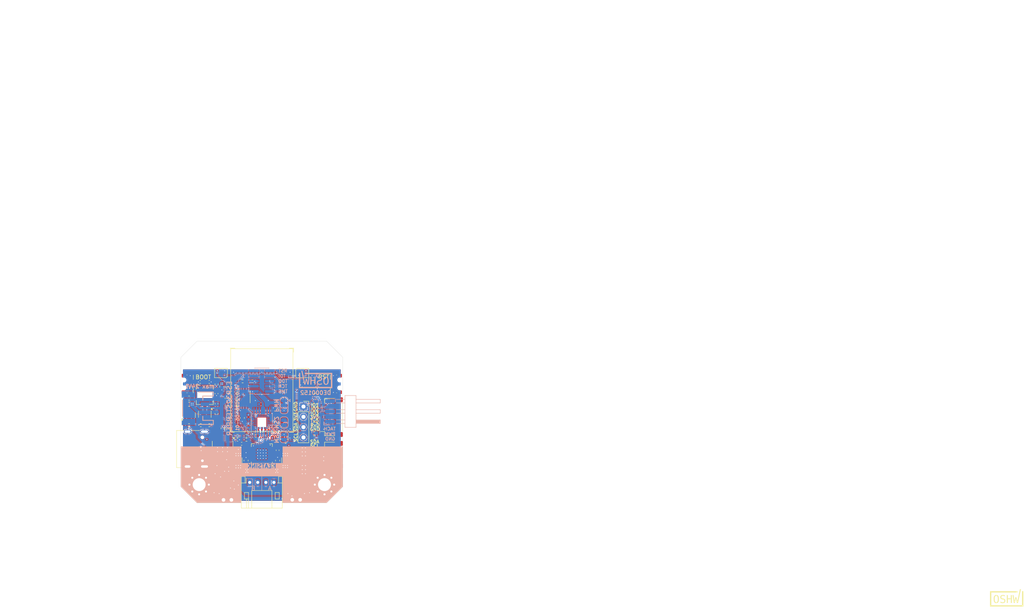
<source format=kicad_pcb>
(kicad_pcb (version 20241229) (generator "pcbnew") (generator_version "9.0")
  (title_block (title "ESP32STEPPER") (date "2025-06-27") (rev "1.0") (company "Stefan Herold") (comment 1 "License: https://ohwr.org/cern_ohl_w_v2.txt (CERN-OHL-W)") (comment 2 "Project: https://github.com/nerdyscout/esp32stepper"))
  (layers (0 "F.Cu" signal) (4 "In1.Cu" signal) (6 "In2.Cu" signal) (2 "B.Cu" signal) (13 "F.Paste" user) (15 "B.Paste" user) (5 "F.SilkS" user "F.Silkscreen") (7 "B.SilkS" user "B.Silkscreen") (1 "F.Mask" user) (3 "B.Mask" user) (25 "Edge.Cuts" user))
  (property "URL" "https://github.com/nerdyscout/esp32stepper")
  (net 0 "")
  (net 1 "GND")
  (net 2 "+3V3")
  (net 3 "Net-(LED1-DOUT)")
  (net 4 "RGB")
  (net 5 "PWM")
  (net 6 "unconnected-(LED2-DOUT-Pad1)")
  (net 7 "USB-")
  (net 8 "USB+")
  (net 9 "CC1")
  (net 10 "CC2")
  (net 11 "VBUS")
  (net 12 "Net-(U1-CPI)")
  (net 13 "CFG2")
  (net 14 "SDA")
  (net 15 "TMS")
  (net 16 "TCK")
  (net 17 "CFG3")
  (net 18 "Net-(U1-CPO)")
  (net 19 "VDD")
  (net 20 "SCL")
  (net 21 "TDI")
  (net 22 "CFG1")
  (net 23 "TDO")
  (net 24 "{slash}TMC_EN")
  (net 25 "Net-(U1-VCP)")
  (net 26 "Net-(U3-REGOUT)")
  (net 27 "Net-(U5-CV)")
  (net 28 "Net-(U6-SW)")
  (net 29 "Net-(C20-Pad1)")
  (net 31 "Net-(J2-Pin_1)")
  (net 32 "Net-(J2-Pin_2)")
  (net 33 "Net-(J2-Pin_4)")
  (net 35 "{slash}RST")
  (net 36 "BOOT")
  (net 37 "+5V")
  (net 39 "Net-(R1-Pad2)")
  (net 40 "Net-(U1-BRB)")
  (net 41 "Net-(U1-BRA)")
  (net 42 "Net-(U6-FB)")
  (net 43 "Net-(U6-BOOT)")
  (net 44 "Net-(U7-VBUS)")
  (net 45 "Net-(U1-VREF)")
  (net 47 "MPU_INT")
  (net 48 "DIAG")
  (net 50 "INDEX")
  (net 51 "/MS1")
  (net 52 "/MS2")
  (net 53 "DIR")
  (net 54 "STEP")
  (net 55 "{slash}PD_UART")
  (net 56 "/IO3")
  (net 57 "/PG")
  (net 58 "BTN2")
  (net 59 "BTN1")
  (net 60 "/RXD")
  (net 61 "/IO2")
  (net 62 "/TXD")
  (net 63 "/IO1")
  (net 64 "VDD_SENS")
  (net 65 "/TACHO")
  (net 66 "Net-(D3-K)")
  (net 72 "Net-(U2-GPIO17{slash}U1TXD{slash}ADC2_CH6)")
  (net 77 "Net-(JP3-C)")
  (net 78 "Net-(U7-DM)")
  (net 79 "Net-(J2-Pin_3)")
  (footprint "Capacitor_SMD:C_0603_1608Metric" (layer "F.Cu") (at 72 124.1 180)
    (property "Reference" "C17" (hide yes))
    (property "Value" "100nF 35V" (hide yes))
  )
  (footprint "Capacitor_SMD:C_0402_1005Metric" (layer "F.Cu") (at 78.8 125.5 90)
    (property "Reference" "C20" (hide yes))
    (property "Value" "100nF 16V" (hide yes))
  )
  (footprint "Button_Switch_SMD:SW_SPST_CK_KMS2xxGP" (layer "F.Cu") (at 108.5 120.6 90)
    (property "Reference" "SW1" (hide yes))
    (property "Value" "RST")
  )
  (footprint "Capacitor_SMD:C_0603_1608Metric" (layer "F.Cu") (at 93.9 139.55 90)
    (property "Reference" "C8" (hide yes))
    (property "Value" "100nF 50V" (hide yes))
  )
  (footprint "Package_DFN_QFN:QFN-28-1EP_5x5mm_P0.5mm_EP3.1x3.1mm_ThermalVias" (layer "F.Cu") (at 90 138 180)
    (property "Reference" "U1" (hide yes))
    (property "Value" "TMC2208-LA" (hide yes))
  )
  (footprint "Button_Switch_SMD:SW_SPST_CK_KMS2xxGP" (layer "F.Cu") (at 71.5 120.6 -90)
    (property "Reference" "SW3" (hide yes))
    (property "Value" "BOOT")
  )
  (footprint "Package_SO:VSSOP-8_3x3mm_P0.65mm" (layer "F.Cu") (at 85.5 123.8 90)
    (property "Reference" "U5" (hide yes))
    (property "Value" "LM555xMM" (hide yes))
  )
  (footprint "Espressif:ESP32-S3-MINI-1" (layer "F.Cu") (at 90 124.7)
    (property "Reference" "U2" (hide yes))
    (property "Value" "ESP32-S3-MINI-1" (hide yes))
  )
  (footprint "Package_TO_SOT_SMD:SOT-23" (layer "F.Cu") (at 72 128.3 90)
    (property "Reference" "Q2" (hide yes))
    (property "Value" "IRLML9301" (hide yes))
  )
  (footprint "LED_SMD:LED_WS2812B-2020_PLCC4_2.0x2.0mm" (layer "F.Cu") (at 100 117.9)
    (property "Reference" "LED2" (hide yes))
    (property "Value" "WS2812B-2020" (hide yes))
  )
  (footprint "Connector_PinSocket_2.54mm:PinSocket_1x04_P2.54mm_Vertical" (layer "F.Cu") (at 100.3 126.2)
    (property "Reference" "J3" (hide yes))
    (property "Value" "Display 0.96\" 128x96" (hide yes))
  )
  (footprint "Connector_JST:JST_SH_SM04B-SRSS-TB_1x04-1MP_P1.00mm_Horizontal" (layer "F.Cu") (at 107.3 138.1 90)
    (property "Reference" "J5" (hide yes))
    (property "Value" "Qwiic_Vertical" (hide yes))
  )
  (footprint "Resistor_SMD:R_0805_2012Metric" (layer "F.Cu") (at 87.2 142.1 180)
    (property "Reference" "R7" (hide yes))
    (property "Value" "100m" (hide yes))
  )
  (footprint "Resistor_SMD:R_0402_1005Metric_Pad0.72x0.64mm_HandSolder" (layer "F.Cu") (at 86.2 133.45)
    (property "Reference" "R15" (hide yes))
    (property "Value" "10k" (hide yes))
  )
  (footprint "Potentiometer_SMD:Potentiometer_Bourns_TC33X_Vertical" (layer "F.Cu") (at 81.6 144.6)
    (property "Reference" "RV1" (hide yes))
    (property "Value" "Potentiometer" (hide yes))
  )
  (footprint "Capacitor_SMD:C_0603_1608Metric_Pad1.08x0.95mm_HandSolder" (layer "F.Cu") (at 85.175 129 -90)
    (property "Reference" "C18" (hide yes))
    (property "Value" "1µF" (hide yes))
  )
  (footprint "Capacitor_SMD:C_0402_1005Metric" (layer "F.Cu") (at 74.765 120.1 180)
    (property "Reference" "C22" (hide yes))
    (property "Value" "10µF" (hide yes))
  )
  (footprint "Connector_JST:JST_PH_S4B-PH-K_1x04_P2.00mm_Horizontal" (layer "F.Cu") (at 87 144.95)
    (property "Reference" "J2" (hide yes))
    (property "Value" "Stepper" (hide yes))
  )
  (footprint "Capacitor_SMD:C_0402_1005Metric" (layer "F.Cu") (at 78.8 123 -90)
    (property "Reference" "C12" (hide yes))
    (property "Value" "1µF" (hide yes))
  )
  (footprint "Package_TO_SOT_SMD:SOT-23-6" (layer "F.Cu") (at 75.9 128.1 -90)
    (property "Reference" "U6" (hide yes))
    (property "Value" "TPS56339DDC" (hide yes))
  )
  (footprint "Resistor_SMD:R_0402_1005Metric_Pad0.72x0.64mm_HandSolder" (layer "F.Cu") (at 86.2 134.4)
    (property "Reference" "R14" (hide yes))
    (property "Value" "10k" (hide yes))
  )
  (footprint "Resistor_SMD:R_0402_1005Metric" (layer "F.Cu") (at 78.2 148 -90)
    (property "Reference" "R10" (hide yes))
    (property "Value" "10k" (hide yes))
  )
  (footprint "Capacitor_SMD:C_0402_1005Metric" (layer "F.Cu") (at 81.4 121.3 -90)
    (property "Reference" "C2" (hide yes))
    (property "Value" "1µF" (hide yes))
  )
  (footprint "Resistor_SMD:R_0402_1005Metric" (layer "F.Cu") (at 96.4 133.95)
    (property "Reference" "R3" (hide yes))
    (property "Value" "10k" (hide yes))
  )
  (footprint "MountingHole:MountingHole_3.5mm" (layer "F.Cu") (at 74.5 114.5)
    (property "Reference" "H3" (hide yes))
    (property "Value" "MountingHole_Pad" (hide yes))
  )
  (footprint "Resistor_SMD:R_0402_1005Metric" (layer "F.Cu") (at 81.3 126.05 90)
    (property "Reference" "R8" (hide yes))
    (property "Value" "20k" (hide yes))
  )
  (footprint "Capacitor_SMD:C_0402_1005Metric" (layer "F.Cu") (at 76.9975 120.1)
    (property "Reference" "C21" (hide yes))
    (property "Value" "10µF" (hide yes))
  )
  (footprint "MountingHole:MountingHole_3.2mm_M3_Pad_Via" (layer "F.Cu") (at 74.5 145.5)
    (property "Reference" "H1" (hide yes))
    (property "Value" "MountingHole_Pad" (hide yes))
  )
  (footprint "Capacitor_SMD:C_0402_1005Metric_Pad0.74x0.62mm_HandSolder" (layer "F.Cu") (at 87.65 119.95)
    (property "Reference" "C14" (hide yes))
    (property "Value" "100nF" (hide yes))
  )
  (footprint "Capacitor_SMD:C_0402_1005Metric" (layer "F.Cu") (at 93.9 137 90)
    (property "Reference" "C3" (hide yes))
    (property "Value" "22nF 50V" (hide yes))
  )
  (footprint "Resistor_SMD:R_0402_1005Metric" (layer "F.Cu") (at 103.6 119 -90)
    (property "Reference" "R2" (hide yes))
    (property "Value" "4k7" (hide yes))
  )
  (footprint "Button_Switch_SMD:SW_SPST_CK_KMS2xxGP" (layer "F.Cu") (at 81.5 148.525)
    (property "Reference" "SW4" (hide yes))
    (property "Value" "B1")
  )
  (footprint "LED_SMD:LED_WS2812B-2020_PLCC4_2.0x2.0mm" (layer "F.Cu") (at 79.9 117.9 180)
    (property "Reference" "LED1" (hide yes))
    (property "Value" "WS2812B-2020" (hide yes))
  )
  (footprint "Capacitor_SMD:C_1206_3216Metric" (layer "F.Cu") (at 84.2 139.55 90)
    (property "Reference" "C10" (hide yes))
    (property "Value" "10µF 50V" (hide yes))
  )
  (footprint "Resistor_SMD:R_0402_1005Metric" (layer "F.Cu") (at 103 132.8 180)
    (property "Reference" "R5" (hide yes))
    (property "Value" "4k7" (hide yes))
  )
  (footprint "Capacitor_SMD:C_0402_1005Metric" (layer "F.Cu") (at 99.6 121.325 90)
    (property "Reference" "C23" (hide yes))
    (property "Value" "100nF" (hide yes))
  )
  (footprint "Resistor_SMD:R_0402_1005Metric" (layer "F.Cu") (at 103 133.85 180)
    (property "Reference" "R4" (hide yes))
    (property "Value" "4k7" (hide yes))
  )
  (footprint "Package_SO:SSOP-10-1EP_3.9x4.9mm_P1mm_EP2.1x3.3mm" (layer "F.Cu") (at 80.3 136.7 -90)
    (property "Reference" "U7" (hide yes))
    (property "Value" "CH224K" (hide yes))
  )
  (footprint "Capacitor_SMD:C_0603_1608Metric" (layer "F.Cu") (at 95.9 135.8 180)
    (property "Reference" "C5" (hide yes))
    (property "Value" "100nF 50V" (hide yes))
  )
  (footprint "Resistor_SMD:R_0402_1005Metric" (layer "F.Cu") (at 78.45 143.31 -90)
    (property "Reference" "R1" (hide yes))
    (property "Value" "20k" (hide yes))
  )
  (footprint "Capacitor_SMD:C_0402_1005Metric" (layer "F.Cu") (at 84 134.4)
    (property "Reference" "C19" (hide yes))
    (property "Value" "1µF" (hide yes))
  )
  (footprint "Resistor_SMD:R_0402_1005Metric" (layer "F.Cu") (at 80.8 141.7 90)
    (property "Reference" "R25" (hide yes))
    (property "Value" "10k" (hide yes))
  )
  (footprint "Resistor_SMD:R_0402_1005Metric" (layer "F.Cu") (at 81.8 141.7 90)
    (property "Reference" "R26" (hide yes))
    (property "Value" "10k" (hide yes))
  )
  (footprint "Capacitor_SMD:C_1206_3216Metric" (layer "F.Cu") (at 95.8 139.55 90)
    (property "Reference" "C7" (hide yes))
    (property "Value" "10µF 50V" (hide yes))
  )
  (footprint "Resistor_SMD:R_0402_1005Metric" (layer "F.Cu") (at 81.3 124.15 90)
    (property "Reference" "R9" (hide yes))
    (property "Value" "2k7" (hide yes))
  )
  (footprint "Capacitor_SMD:C_0402_1005Metric" (layer "F.Cu") (at 103.7 121.325 -90)
    (property "Reference" "C24" (hide yes))
    (property "Value" "100nF" (hide yes))
  )
  (footprint "OSHW_Certification_Mark:OSHW-Certification-Mark-Stacked_8x7mm_SilkScreen" (layer "F.Cu") (at 274.2 174.3)
    (property "Reference" "REF**" (hide yes))
    (property "Value" "OSHW-Certification-Mark-Stacked_8x7mm_SilkScreen" (hide yes))
  )
  (footprint "Resistor_SMD:R_0805_2012Metric" (layer "F.Cu") (at 92.8 142.1)
    (property "Reference" "R6" (hide yes))
    (property "Value" "100m" (hide yes))
  )
  (footprint "Capacitor_SMD:C_0402_1005Metric" (layer "F.Cu") (at 85 135.4 180)
    (property "Reference" "C9" (hide yes))
    (property "Value" "100nF" (hide yes))
  )
  (footprint "Connector_JST:JST_SH_SM07B-SRSS-TB_1x07-1MP_P1.00mm_Horizontal" (layer "F.Cu") (at 107.3 128.8 90)
    (property "Reference" "J4" (hide yes))
    (property "Value" "IO" (hide yes))
  )
  (footprint "Capacitor_SMD:C_0603_1608Metric" (layer "F.Cu") (at 72 125.6 180)
    (property "Reference" "C15" (hide yes))
    (property "Value" "10µF 35V" (hide yes))
  )
  (footprint "Resistor_SMD:R_0402_1005Metric" (layer "F.Cu") (at 78.8 128 90)
    (property "Reference" "R18" (hide yes))
    (property "Value" "30" (hide yes))
  )
  (footprint "Resistor_SMD:R_0402_1005Metric" (layer "F.Cu") (at 88.5 133.45)
    (property "Reference" "R27" (hide yes))
    (property "Value" "10k" (hide yes))
  )
  (footprint "Capacitor_SMD:C_0603_1608Metric" (layer "F.Cu") (at 93.4 133.95)
    (property "Reference" "C6" (hide yes))
    (property "Value" "1µF 35V" (hide yes))
  )
  (footprint "Resistor_SMD:R_0402_1005Metric" (layer "F.Cu") (at 101.8 148 -90)
    (property "Reference" "R13" (hide yes))
    (property "Value" "10k" (hide yes))
  )
  (footprint "Resistor_SMD:R_0402_1005Metric" (layer "F.Cu") (at 72 130.8 180)
    (property "Reference" "R22" (hide yes))
    (property "Value" "10k" (hide yes))
  )
  (footprint "Resistor_SMD:R_0402_1005Metric" (layer "F.Cu") (at 79.8 141.7 90)
    (property "Reference" "R19" (hide yes))
    (property "Value" "10k" (hide yes))
  )
  (footprint "Button_Switch_SMD:SW_SPST_CK_KMS2xxGP" (layer "F.Cu") (at 98.5 148.5)
    (property "Reference" "SW5" (hide yes))
    (property "Value" "B2")
  )
  (footprint "Capacitor_SMD:CP_Elec_5x5.4" (layer "F.Cu") (at 100.35 139.55 -90)
    (property "Reference" "C26" (hide yes))
    (property "Value" "C_Polarized")
  )
  (footprint "Inductor_SMD:L_Bourns-SRN4018" (layer "F.Cu") (at 75.8975 123.3 90)
    (property "Reference" "L1" (hide yes))
    (property "Value" "4,7µH" (hide yes))
  )
  (footprint "Connector_USB:USB_C_Receptacle_G-Switch_GT-USB-7010ASV" (layer "F.Cu") (at 72.7 136.7 -90)
    (property "Reference" "J8" (hide yes))
    (property "Value" "USB_C_Receptacle_USB2.0_14P" (hide yes))
  )
  (footprint "Resistor_SMD:R_0402_1005Metric" (layer "F.Cu") (at 81.3 131.6 -90)
    (property "Reference" "R24" (hide yes))
    (property "Value" "10k" (hide yes))
  )
  (footprint "Package_LGA:Bosch_LGA-8_2.5x2.5mm_P0.65mm_ClockwisePinNumbering" (layer "F.Cu") (at 101.6 121.5 180)
    (property "Reference" "U8" (hide yes))
    (property "Value" "BME280" (hide yes))
  )
  (footprint "Resistor_SMD:R_0402_1005Metric_Pad0.72x0.64mm_HandSolder" (layer "F.Cu") (at 85.25 119.95)
    (property "Reference" "R16" (hide yes))
    (property "Value" "20k" (hide yes))
  )
  (footprint "Resistor_SMD:R_0402_1005Metric" (layer "F.Cu") (at 77 130.8)
    (property "Reference" "R21" (hide yes))
    (property "Value" "33k" (hide yes))
  )
  (footprint "Resistor_SMD:R_0402_1005Metric" (layer "F.Cu") (at 84 133.45 180)
    (property "Reference" "R20" (hide yes))
    (property "Value" "1k" (hide yes))
  )
  (footprint "Capacitor_SMD:C_0603_1608Metric" (layer "F.Cu") (at 80.1 121.3 -90)
    (property "Reference" "C4" (hide yes))
    (property "Value" "10uF" (hide yes))
  )
  (footprint "MountingHole:MountingHole_3.2mm_M3_Pad_Via" (layer "F.Cu") (at 105.5 145.5)
    (property "Reference" "H4" (hide yes))
    (property "Value" "MountingHole_Pad" (hide yes))
  )
  (footprint "Capacitor_SMD:C_0603_1608Metric" (layer "F.Cu") (at 86.1 139.55 90)
    (property "Reference" "C25" (hide yes))
    (property "Value" "100nF 50V" (hide yes))
  )
  (footprint "Resistor_SMD:R_0402_1005Metric" (layer "F.Cu") (at 80.3 131.6 -90)
    (property "Reference" "R23" (hide yes))
    (property "Value" "10k" (hide yes))
  )
  (footprint "Capacitor_SMD:C_0402_1005Metric" (layer "F.Cu") (at 102.4 119 90)
    (property "Reference" "C1" (hide yes))
    (property "Value" "1µF" (hide yes))
  )
  (footprint "Resistor_SMD:R_0402_1005Metric" (layer "F.Cu") (at 74.9 130.8 180)
    (property "Reference" "R17" (hide yes))
    (property "Value" "10k" (hide yes))
  )
  (footprint "MountingHole:MountingHole_3.2mm_M3" (layer "F.Cu") (at 105.5 114.5)
    (property "Reference" "H2" (hide yes))
    (property "Value" "MountingHole_Pad" (hide yes))
  )
  (footprint "Resistor_SMD:R_0402_1005Metric" (layer "F.Cu") (at 78.8 120.7 -90)
    (property "Reference" "R11" (hide yes))
    (property "Value" "10k" (hide yes))
  )
  (footprint "Capacitor_SMD:C_0402_1005Metric" (layer "B.Cu") (at 89.8 125.6 180)
    (property "Reference" "C16" (hide yes))
    (property "Value" "100nF" (hide yes))
  )
  (footprint "OSHW_Certification_Mark:OSHW-Certification-Mark-Stacked_8x7mm_SilkScreen" (layer "B.Cu") (at 103.3 120.3 180)
    (property "Reference" "LOGO1" (hide yes))
    (property "Value" "~" (hide yes))
  )
  (footprint "Resistor_SMD:R_0402_1005Metric" (layer "B.Cu") (at 103.35 124.1 180)
    (property "Reference" "R12" (hide yes))
    (property "Value" "10k" (hide yes))
  )
  (footprint "Diode_SMD:D_SOD-123" (layer "B.Cu") (at 103.35 131.1 -90)
    (property "Reference" "D3" (hide yes))
    (property "Value" "D" (hide yes))
  )
  (footprint "SparkFun-Connector:JST_SMD_2.0mm-2" (layer "B.Cu") (at 73.4 126.6 -90)
    (property "Reference" "J7" (hide yes))
    (property "Value" "PWR" (hide yes))
  )
  (footprint "Capacitor_SMD:C_0402_1005Metric" (layer "B.Cu") (at 86.7 130.9 -90)
    (property "Reference" "C13" (hide yes))
    (property "Value" "100nF" (hide yes))
  )
  (footprint "Connector_Harwin:Harwin_M20-89003xx_1x03_P2.54mm_Horizontal" (layer "B.Cu") (at 112.4 127.4)
    (property "Reference" "J6" (hide yes))
    (property "Value" "FAN" (hide yes))
  )
  (footprint "Connector_PinHeader_1.27mm:PinHeader_2x05_P1.27mm_Vertical_SMD" (layer "B.Cu") (at 90 119.9)
    (property "Reference" "J1" (hide yes))
    (property "Value" "JTAG" (hide yes))
  )
  (footprint "Jumper:SolderJumper-2_P1.3mm_Open_RoundedPad1.0x1.5mm" (layer "B.Cu") (at 95.5 130.15 -90)
    (property "Reference" "JP1" (hide yes))
    (property "Value" "MS2")
  )
  (footprint "Sensor_Motion:InvenSense_QFN-24_3x3mm_P0.4mm" (layer "B.Cu") (at 90 130 90)
    (property "Reference" "U3" (hide yes))
    (property "Value" "MPU-9250" (hide yes))
  )
  (footprint "Capacitor_SMD:C_0402_1005Metric_Pad0.74x0.62mm_HandSolder" (layer "B.Cu") (at 86.7 128.8 90)
    (property "Reference" "C11" (hide yes))
    (property "Value" "100nF" (hide yes))
  )
  (footprint "Jumper:SolderJumper-3_P1.3mm_Bridged12_RoundedPad1.0x1.5mm" (layer "B.Cu") (at 95.5 125.9 -90)
    (property "Reference" "JP3" (hide yes))
    (property "Value" "PWM")
  )
  (footprint "Jumper:SolderJumper-2_P1.3mm_Open_RoundedPad1.0x1.5mm" (layer "B.Cu") (at 95.5 133.75 90)
    (property "Reference" "JP2" (hide yes))
    (property "Value" "MS1")
  )
  (footprint "Package_TO_SOT_SMD:SOT-23" (layer "B.Cu") (at 103.35 126.6 -90)
    (property "Reference" "Q1" (hide yes))
    (property "Value" "IRLML9301" (hide yes))
  )
  (footprint "Package_SO:TSSOP-14_4.4x5mm_P0.65mm" (layer "B.Cu") (at 90 130 90)
    (property "Reference" "U4" (hide yes))
    (property "Value" "AS5048B" (hide yes))
  )
  (gr_line (start 89.98 128.05) (end 89 128.05) (stroke (width 0.1)) (layer "B.Cu") (net 2))
  (gr_poly (pts (xy 84.9 136.1) (xy 84.9 140.2) (xy 86.5 140.2) (xy 86.5 141.6) (xy 93.5 141.6) (xy 93.5 140.2) (xy 95.2 140.2) (xy 95.2 136.1) (xy 110 136.1) (xy 110 146) (xy 106 150) (xy 95.2 150) (xy 95.2 143.4) (xy 84.8 143.4) (xy 84.8 150) (xy 74 150) (xy 70 146) (xy 70 136.1)) (stroke (width 0.1)) (fill yes) (layer "B.SilkS"))
  (gr_line (start 90 143.5) (end 90 147) (stroke (width 0.1)) (layer "B.SilkS"))
  (gr_poly (pts (xy 70 146) (xy 74 150) (xy 106 150) (xy 110 146) (xy 110 114) (xy 106 110) (xy 98 110) (xy 82 110) (xy 74 110) (xy 70 114)) (stroke (width 0.05)) (fill no) (layer "Edge.Cuts"))
  (gr_text "3V3" (at 101.8 128.8 0) (layer "F.SilkS") (effects (font (size 0.8 0.8) (thickness 0.16) (bold yes)) (justify left)))
  (gr_text "GND" (at 105.6 141.8 0) (layer "F.SilkS") (effects (font (size 0.8 0.8) (thickness 0.16) (bold yes)) (justify right)))
  (gr_text "RxD" (at 101.9 130.8 0) (layer "F.SilkS") (effects (font (size 0.8 0.8) (thickness 0.16) (bold yes)) (justify left)))
  (gr_text "GND" (at 98.4 126.2 90) (layer "F.SilkS") (effects (font (size 0.8 0.8) (thickness 0.16) (bold yes))))
  (gr_text "SCL" (at 98.4 133.8 90) (layer "F.SilkS") (effects (font (size 0.8 0.8) (thickness 0.16) (bold yes))))
  (gr_text "IO3" (at 102 127.8 0) (layer "F.SilkS") (effects (font (size 0.8 0.8) (thickness 0.16) (bold yes)) (justify left)))
  (gr_text "TxD" (at 101.9 129.8 0) (layer "F.SilkS") (effects (font (size 0.8 0.8) (thickness 0.16) (bold yes)) (justify left)))
  (gr_text "IO2" (at 102 126.8 0) (layer "F.SilkS") (effects (font (size 0.8 0.8) (thickness 0.16) (bold yes)) (justify left)))
  (gr_text "3V3" (at 105.5 140.8 0) (layer "F.SilkS") (effects (font (size 0.8 0.8) (thickness 0.16) (bold yes)) (justify right)))
  (gr_text "3V3" (at 98.4 128.7 90) (layer "F.SilkS") (effects (font (size 0.8 0.8) (thickness 0.16) (bold yes))))
  (gr_text "SDA" (at 98.4 131.3 90) (layer "F.SilkS") (effects (font (size 0.8 0.8) (thickness 0.16) (bold yes))))
  (gr_text "GND" (at 101.8 131.8 0) (layer "F.SilkS") (effects (font (size 0.8 0.8) (thickness 0.16) (bold yes)) (justify left)))
  (gr_text "SCL" (at 104.3 135.9 0) (layer "F.SilkS") (effects (font (size 0.8 0.8) (thickness 0.16) (bold yes)) (justify right)))
  (gr_text "SDA" (at 104.3 134.9 0) (layer "F.SilkS") (effects (font (size 0.8 0.8) (thickness 0.16) (bold yes)) (justify right)))
  (gr_text "IO1" (at 102 125.8 0) (layer "F.SilkS") (effects (font (size 0.8 0.8) (thickness 0.16) (bold yes)) (justify left)))
  (gr_text "TACH" (at 106.8 131.7 0) (layer "B.SilkS") (effects (font (size 0.8 0.8)) (justify mirror)))
  (gr_text "B" (at 88.5 147 0) (layer "B.SilkS") (effects (font (size 1 1)) (justify left bottom mirror)))
  (gr_text "TCK" (at 94 121.175 0) (layer "B.SilkS") (effects (font (size 0.8 0.8)) (justify right mirror)))
  (gr_text "TDI" (at 94 118.625 0) (layer "B.SilkS") (effects (font (size 0.8 0.8)) (justify right mirror)))
  (gr_text "RST" (at 94 117.35 0) (layer "B.SilkS") (effects (font (size 0.8 0.8)) (justify right mirror)))
  (gr_text "TMS" (at 94 122.45 0) (layer "B.SilkS") (effects (font (size 0.8 0.8)) (justify right mirror)))
  (gr_text "A" (at 92.5 147 0) (layer "B.SilkS") (effects (font (size 1 1)) (justify left bottom mirror)))
  (gr_text "max 24V!" (at 74.8 121.2 0) (layer "B.SilkS") (effects (font (size 1 1) (thickness 0.2) (bold yes)) (justify mirror)))
  (gr_text "GND" (at 106.9 134.2 0) (layer "B.SilkS") (effects (font (size 0.8 0.8)) (justify mirror)))
  (gr_text "${TITLE}" (at 82 126.65 90) (layer "B.SilkS") (effects (font (size 1.2 1.2) (thickness 0.2) (bold yes)) (justify mirror)))
  (gr_text "PWM\n" (at 106.9 133 0) (layer "B.SilkS") (effects (font (size 0.8 0.8)) (justify mirror)))
  (gr_text "TDO" (at 94 119.9 0) (layer "B.SilkS") (effects (font (size 0.8 0.8)) (justify right mirror)))
  (gr_text "HEATSINK" (at 90 140.9 0) (layer "B.SilkS" knockout) (effects (font (size 1 1) (thickness 0.2) (bold yes)) (justify mirror)))
  (gr_text "v${REVISION}/${CURRENT_DATE}" (at 84 126.55 90) (layer "B.SilkS") (effects (font (size 0.8 0.8) (thickness 0.2) (bold yes)) (justify mirror)))
  (segment (start 78.8 123.479998) (end 78.8 123.48) (width 0.25) (layer "F.Cu") (net 1))
  (segment (start 80.815 117.35) (end 80.8 117.35) (width 0.25) (layer "F.Cu") (net 1))
  (segment (start 88.35 124.7) (end 88.4 124.7) (width 0.25) (layer "F.Cu") (net 1))
  (segment (start 86.1 138.775) (end 86.1 138.8) (width 0.25) (layer "F.Cu") (net 1))
  (segment (start 88.217502 119.95) (end 88.2175 119.95) (width 0.25) (layer "F.Cu") (net 1))
  (segment (start 72.3 118.549998) (end 72.3 118.55) (width 0.25) (layer "F.Cu") (net 1))
  (segment (start 71.225 124.1) (end 71.25 124.1) (width 0.25) (layer "F.Cu") (net 1))
  (segment (start 99.085 118.45) (end 99.1 118.45) (width 0.25) (layer "F.Cu") (net 1))
  (segment (start 103.7 121.805) (end 103.7 121.8) (width 0.25) (layer "F.Cu") (net 1))
  (segment (start 71.225 125.6) (end 71.25 125.6) (width 0.25) (layer "F.Cu") (net 1))
  (segment (start 84.51 134.4) (end 84.5 134.4) (width 0.25) (layer "F.Cu") (net 1))
  (segment (start 91.65 124.7) (end 91.6 124.7) (width 0.25) (layer "F.Cu") (net 1))
  (segment (start 74.285 120.1) (end 74.3 120.1) (width 0.25) (layer "F.Cu") (net 1))
  (segment (start 76.85 126.9625) (end 76.85 126.95) (width 0.25) (layer "F.Cu") (net 1))
  (segment (start 93.9 138.775) (end 93.9 138.75) (width 0.25) (layer "F.Cu") (net 1))
  (segment (start 84.525 126.1125) (end 84.525 126.125) (width 0.15) (layer "F.Cu") (net 1))
  (segment (start 81.3 123.64) (end 81.3 123.65) (width 0.25) (layer "F.Cu") (net 1))
  (segment (start 102.4 118.52) (end 102.4 118.5) (width 0.25) (layer "F.Cu") (net 1))
  (segment (start 107.7 122.65) (end 107.7 122.7) (width 0.25) (layer "F.Cu") (net 1))
  (segment (start 96.91 133.95) (end 96.925 133.95) (width 0.25) (layer "F.Cu") (net 1))
  (segment (start 84.48 134.4) (end 84.5 134.4) (width 0.25) (layer "F.Cu") (net 1))
  (segment (start 74.39 130.8) (end 74.4 130.8) (width 0.15) (layer "F.Cu") (net 1))
  (segment (start 99.6 120.845) (end 99.6 120.85) (width 0.25) (layer "F.Cu") (net 1))
  (segment (start 77.4775 120.1) (end 77.475 120.1) (width 0.15) (layer "F.Cu") (net 1))
  (segment (start 83 131.7) (end 83 131.65) (width 0.25) (layer "F.Cu") (net 1))
  (via (at 92.85 126.525) (size 0.5) (drill 0.2) (layers "F.Cu" "B.Cu") (net 1))
  (via (at 81.5 137.35) (size 0.5) (drill 0.2) (layers "F.Cu" "B.Cu") (net 1))
  (via (at 86.3 142.1) (size 0.5) (drill 0.2) (layers "F.Cu" "B.Cu") (net 1))
  (via (at 96.35 138.35) (size 0.5) (drill 0.2) (layers "F.Cu" "B.Cu") (net 1))
  (via (at 97 131.7) (size 0.5) (drill 0.2) (layers "F.Cu" "B.Cu") (net 1))
  (via (at 90 117.7) (size 0.5) (drill 0.2) (layers "F.Cu" "B.Cu") (net 1))
  (via (at 96.925 133.95) (size 0.5) (drill 0.2) (layers "F.Cu" "B.Cu") (net 1))
  (via (at 86.1 137.6) (size 0.5) (drill 0.2) (layers "F.Cu" "B.Cu") (net 1))
  (via (at 95 149) (size 0.5) (drill 0.2) (layers "F.Cu" "B.Cu") (net 1))
  (via (at 79.05 136.35) (size 0.5) (drill 0.2) (layers "F.Cu" "B.Cu") (net 1))
  (via (at 93.95 141.7) (size 0.5) (drill 0.2) (layers "F.Cu" "B.Cu") (net 1))
  (via (at 83.6 138.35) (size 0.5) (drill 0.2) (layers "F.Cu" "B.Cu") (net 1))
  (via (at 96.45 147.7) (size 0.5) (drill 0.2) (layers "F.Cu" "B.Cu") (net 1))
  (via (at 84.75 137.8) (size 0.5) (drill 0.2) (layers "F.Cu" "B.Cu") (net 1))
  (via (at 99.6 120.85) (size 0.5) (drill 0.2) (layers "F.Cu" "B.Cu") (net 1))
  (via (at 107.7 118.55) (size 0.5) (drill 0.2) (layers "F.Cu" "B.Cu") (net 1))
  (via (at 77.475 120.1) (size 0.5) (drill 0.2) (layers "F.Cu" "B.Cu") (net 1))
  (via (at 81.25 128.8) (size 0.5) (drill 0.2) (layers "F.Cu" "B.Cu") (net 1))
  (via (at 78.1 126.6) (size 0.5) (drill 0.2) (layers "F.Cu" "B.Cu") (net 1))
  (via (at 83.6 137.8) (size 0.5) (drill 0.2) (layers "F.Cu" "B.Cu") (net 1))
  (via (at 95.8 138.35) (size 0.5) (drill 0.2) (layers "F.Cu" "B.Cu") (net 1))
  (via (at 83 117.7) (size 0.5) (drill 0.2) (layers "F.Cu" "B.Cu") (net 1))
  (via (at 80.100001 122.075001) (size 0.5) (drill 0.2) (layers "F.Cu" "B.Cu") (net 1))
  (via (at 92.075 135.7) (size 0.5) (drill 0.2) (layers "F.Cu" "B.Cu") (net 1))
  (via (at 95.8 137.8) (size 0.5) (drill 0.2) (layers "F.Cu" "B.Cu") (net 1))
  (via (at 93.7 142.1) (size 0.5) (drill 0.2) (layers "F.Cu" "B.Cu") (net 1))
  (via (at 107.7 122.7) (size 0.5) (drill 0.2) (layers "F.Cu" "B.Cu") (net 1))
  (via (at 74.3 120.1) (size 0.5) (drill 0.2) (layers "F.Cu" "B.Cu") (net 1))
  (via (at 72.1 121.7) (size 0.5) (drill 0.2) (layers "F.Cu" "B.Cu") (net 1))
  (via (at 87.9 135.9) (size 0.5) (drill 0.2) (layers "F.Cu" "B.Cu") (net 1))
  (via (at 80.3 137.35) (size 0.5) (drill 0.2) (layers "F.Cu" "B.Cu") (net 1))
  (via (at 93.9 138.75) (size 0.5) (drill 0.2) (layers "F.Cu" "B.Cu") (net 1))
  (via (at 86.55 142.5) (size 0.5) (drill 0.2) (layers "F.Cu" "B.Cu") (net 1))
  (via (at 90 123.25) (size 0.5) (drill 0.2) (layers "F.Cu" "B.Cu") (net 1))
  (via (at 93.45 142.5) (size 0.5) (drill 0.2) (layers "F.Cu" "B.Cu") (net 1))
  (via (at 80.8 117.35) (size 0.5) (drill 0.2) (layers "F.Cu" "B.Cu") (net 1))
  (via (at 72.3 118.549998) (size 0.5) (drill 0.2) (layers "F.Cu" "B.Cu") (net 1))
  (via (at 81.3 123.65) (size 0.5) (drill 0.2) (layers "F.Cu" "B.Cu") (net 1))
  (via (at 86.05 141.7) (size 0.5) (drill 0.2) (layers "F.Cu" "B.Cu") (net 1))
  (via (at 100.55 147.7) (size 0.5) (drill 0.2) (layers "F.Cu" "B.Cu") (net 1))
  (via (at 100.8 142.8) (size 0.5) (drill 0.2) (layers "F.Cu" "B.Cu") (net 1))
  (via (at 105.3 139.6) (size 0.5) (drill 0.2) (layers "F.Cu" "B.Cu") (net 1))
  (via (at 100 141.8) (size 0.5) (drill 0.2) (layers "F.Cu" "B.Cu") (net 1))
  (via (at 94.2 133.95) (size 0.5) (drill 0.2) (layers "F.Cu" "B.Cu") (net 1))
  (via (at 80.3 136.35) (size 0.5) (drill 0.2) (layers "F.Cu" "B.Cu") (net 1))
  (via (at 96.35 137.8) (size 0.5) (drill 0.2) (layers "F.Cu" "B.Cu") (net 1))
  (via (at 88.217502 119.95) (size 0.5) (drill 0.2) (layers "F.Cu" "B.Cu") (net 1))
  (via (at 84.75 138.35) (size 0.5) (drill 0.2) (layers "F.Cu" "B.Cu") (net 1))
  (via (at 105.3 131.8) (size 0.5) (drill 0.2) (layers "F.Cu" "B.Cu") (net 1))
  (via (at 103.7 121.8) (size 0.5) (drill 0.2) (layers "F.Cu" "B.Cu") (net 1))
  (via (at 88.4 124.7) (size 0.5) (drill 0.2) (layers "F.Cu" "B.Cu") (net 1))
  (via (at 81.5 136.35) (size 0.5) (drill 0.2) (layers "F.Cu" "B.Cu") (net 1))
  (via (at 91.6 124.7) (size 0.5) (drill 0.2) (layers "F.Cu" "B.Cu") (net 1))
  (via (at 86.7 128.2325) (size 0.5) (drill 0.2) (layers "F.Cu" "B.Cu") (net 1))
  (via (at 102.4 118.5) (size 0.5) (drill 0.2) (layers "F.Cu" "B.Cu") (net 1))
  (via (at 92.5 127.9) (size 0.5) (drill 0.2) (layers "F.Cu" "B.Cu") (net 1))
  (via (at 99.085 118.45) (size 0.5) (drill 0.2) (layers "F.Cu" "B.Cu") (net 1))
  (via (at 79.8 143.6) (size 0.5) (drill 0.2) (layers "F.Cu" "B.Cu") (net 1))
  (via (at 84.7 127.2) (size 0.5) (drill 0.2) (layers "F.Cu" "B.Cu") (net 1))
  (via (at 95.2 138.35) (size 0.5) (drill 0.2) (layers "F.Cu" "B.Cu") (net 1))
  (via (at 79.45 147.725) (size 0.5) (drill 0.2) (layers "F.Cu" "B.Cu") (net 1))
  (via (at 84.2 137.8) (size 0.5) (drill 0.2) (layers "F.Cu" "B.Cu") (net 1))
  (via (at 83.9 124.7) (size 0.5) (drill 0.2) (layers "F.Cu" "B.Cu") (net 1))
  (via (at 86.1 138.8) (size 0.5) (drill 0.2) (layers "F.Cu" "B.Cu") (net 1))
  (via (at 100 142.8) (size 0.5) (drill 0.2) (layers "F.Cu" "B.Cu") (net 1))
  (via (at 79.05 137.35) (size 0.5) (drill 0.2) (layers "F.Cu" "B.Cu") (net 1))
  (via (at 95.2 137.8) (size 0.5) (drill 0.2) (layers "F.Cu" "B.Cu") (net 1))
  (via (at 83.2 146.6) (size 0.5) (drill 0.2) (layers "F.Cu" "B.Cu") (net 1))
  (via (at 97 117.7) (size 0.5) (drill 0.2) (layers "F.Cu" "B.Cu") (net 1))
  (via (at 93.95 142.5) (size 0.5) (drill 0.2) (layers "F.Cu" "B.Cu") (net 1))
  (via (at 100.8 141.8) (size 0.5) (drill 0.2) (layers "F.Cu" "B.Cu") (net 1))
  (via (at 84.2 145.6) (size 0.5) (drill 0.2) (layers "F.Cu" "B.Cu") (net 1))
  (via (at 100.8 140.8) (size 0.5) (drill 0.2) (layers "F.Cu" "B.Cu") (net 1))
  (via (at 86.55 141.7) (size 0.5) (drill 0.2) (layers "F.Cu" "B.Cu") (net 1))
  (via (at 84.2 138.35) (size 0.5) (drill 0.2) (layers "F.Cu" "B.Cu") (net 1))
  (via (at 100 140.8) (size 0.5) (drill 0.2) (layers "F.Cu" "B.Cu") (net 1))
  (via (at 84.5 134.4) (size 0.5) (drill 0.2) (layers "F.Cu" "B.Cu") (net 1))
  (via (at 84.8 136.3) (size 0.5) (drill 0.2) (layers "F.Cu" "B.Cu") (net 1))
  (via (at 78.8 123.479998) (size 0.5) (drill 0.2) (layers "F.Cu" "B.Cu") (net 1))
  (via (at 78.9 140.8) (size 0.5) (drill 0.2) (layers "F.Cu" "B.Cu") (net 1))
  (via (at 86.05 142.5) (size 0.5) (drill 0.2) (layers "F.Cu" "B.Cu") (net 1))
  (via (at 93.45 141.7) (size 0.5) (drill 0.2) (layers "F.Cu" "B.Cu") (net 1))
  (via (at 85.174999 129.862498) (size 0.5) (drill 0.2) (layers "F.Cu" "B.Cu") (net 1))
  (via (at 74.4 130.8) (size 0.5) (drill 0.2) (layers "F.Cu" "B.Cu") (net 1))
  (segment (start 78.2 147.49) (end 78.2 147.5) (width 0.25) (layer "F.Cu") (net 2))
  (segment (start 80.3 131.09) (end 80.3 131.1) (width 0.25) (layer "F.Cu") (net 2))
  (segment (start 85.9 135.4) (end 87 136.5) (width 0.25) (layer "F.Cu") (net 2))
  (segment (start 82.8875 134.0625) (end 83.5 133.45) (width 0.25) (layer "F.Cu") (net 2))
  (segment (start 84.525 121.6875) (end 84.525 120.825) (width 0.25) (layer "F.Cu") (net 2))
  (segment (start 85.48 135.4) (end 85.48 135.02) (width 0.25) (layer "F.Cu") (net 2))
  (segment (start 85.602502 134.897498) (end 85.602502 134.4) (width 0.25) (layer "F.Cu") (net 2))
  (segment (start 83.49 134.4) (end 83.5 134.4) (width 0.25) (layer "F.Cu") (net 2))
  (segment (start 103.6 118.49) (end 103.6 118.5) (width 0.25) (layer "F.Cu") (net 2))
  (segment (start 103.51 133.85) (end 103.51 133.849998) (width 0.25) (layer "F.Cu") (net 2))
  (segment (start 81.3 131.09) (end 81.3 131.1) (width 0.25) (layer "F.Cu") (net 2))
  (segment (start 87 136.5) (end 87.625 136.5) (width 0.25) (layer "F.Cu") (net 2))
  (segment (start 103.51 133.85) (end 103.51 132.8) (width 0.25) (layer "F.Cu") (net 2))
  (segment (start 77.51 130.8) (end 77.5 130.8) (width 0.25) (layer "F.Cu") (net 2))
  (segment (start 84.15 120.45) (end 83 120.45) (width 0.25) (layer "F.Cu") (net 2))
  (segment (start 101.8 147.49) (end 101.8 147.5) (width 0.25) (layer "F.Cu") (net 2))
  (segment (start 83.52 133.45) (end 83.5 133.45) (width 0.25) (layer "F.Cu") (net 2))
  (segment (start 82.3 134.0625) (end 82.8875 134.0625) (width 0.25) (layer "F.Cu") (net 2))
  (segment (start 85.48 135.4) (end 85.9 135.4) (width 0.25) (layer "F.Cu") (net 2))
  (segment (start 85.602502 134.4) (end 85.4525 134.4) (width 0.25) (layer "F.Cu") (net 2))
  (segment (start 103.7 120.845) (end 103.7 120.85) (width 0.25) (layer "F.Cu") (net 2))
  (segment (start 100.915 117.35) (end 100.925 117.35) (width 0.25) (layer "F.Cu") (net 2))
  (segment (start 84.525 120.825) (end 84.15 120.45) (width 0.25) (layer "F.Cu") (net 2))
  (segment (start 85.48 135.02) (end 85.602502 134.897498) (width 0.25) (layer "F.Cu") (net 2))
  (via (at 86.7 130.425) (size 0.5) (drill 0.2) (layers "F.Cu" "B.Cu") (net 2))
  (via (at 80.8 142.2) (size 0.5) (drill 0.2) (layers "F.Cu" "B.Cu") (net 2))
  (via (at 98 134.6) (size 0.5) (drill 0.2) (layers "F.Cu" "B.Cu") (net 2))
  (via (at 80.3 120.7) (size 0.5) (drill 0.2) (layers "F.Cu" "B.Cu") (net 2))
  (via (at 79.9 120.35) (size 0.5) (drill 0.2) (layers "F.Cu" "B.Cu") (net 2))
  (via (at 88.55 128.5) (size 0.5) (drill 0.2) (layers "F.Cu" "B.Cu") (net 2))
  (via (at 85.602502 133.45) (size 0.5) (drill 0.2) (layers "F.Cu" "B.Cu") (net 2))
  (via (at 80.3 120.35) (size 0.5) (drill 0.2) (layers "F.Cu" "B.Cu") (net 2))
  (via (at 105.3 138.6) (size 0.5) (drill 0.2) (layers "F.Cu" "B.Cu") (net 2))
  (via (at 103.6 118.5) (size 0.5) (drill 0.2) (layers "F.Cu" "B.Cu") (net 2))
  (via (at 80.3 131.1) (size 0.5) (drill 0.2) (layers "F.Cu" "B.Cu") (net 2))
  (via (at 87.7 122.5) (size 0.5) (drill 0.2) (layers "F.Cu" "B.Cu") (net 2))
  (via (at 81.3 131.1) (size 0.5) (drill 0.2) (layers "F.Cu" "B.Cu") (net 2))
  (via (at 93 129.9) (size 0.5) (drill 0.2) (layers "F.Cu" "B.Cu") (net 2))
  (via (at 103.7 120.85) (size 0.5) (drill 0.2) (layers "F.Cu" "B.Cu") (net 2))
  (via (at 81.8 142.2) (size 0.5) (drill 0.2) (layers "F.Cu" "B.Cu") (net 2))
  (via (at 100.915 117.35) (size 0.5) (drill 0.2) (layers "F.Cu" "B.Cu") (net 2))
  (via (at 78.2 147.5) (size 0.5) (drill 0.2) (layers "F.Cu" "B.Cu") (net 2))
  (via (at 79.9 120.7) (size 0.5) (drill 0.2) (layers "F.Cu" "B.Cu") (net 2))
  (via (at 101.8 147.5) (size 0.5) (drill 0.2) (layers "F.Cu" "B.Cu") (net 2))
  (via (at 85.602502 134.4) (size 0.5) (drill 0.2) (layers "F.Cu" "B.Cu") (net 2))
  (via (at 105.3 128.8) (size 0.5) (drill 0.2) (layers "F.Cu" "B.Cu") (net 2))
  (via (at 83.5 133.45) (size 0.5) (drill 0.2) (layers "F.Cu" "B.Cu") (net 2))
  (via (at 83.5 134.4) (size 0.5) (drill 0.2) (layers "F.Cu" "B.Cu") (net 2))
  (via (at 77.5 130.8) (size 0.5) (drill 0.2) (layers "F.Cu" "B.Cu") (net 2))
  (via (at 103.51 133.849998) (size 0.5) (drill 0.2) (layers "F.Cu" "B.Cu") (net 2))
  (via (at 87.1 122.5) (size 0.5) (drill 0.2) (layers "F.Cu" "B.Cu") (net 2))
  (via (at 92.6 132.500002) (size 0.5) (drill 0.2) (layers "F.Cu" "B.Cu") (net 2))
  (segment (start 92.7 130.2) (end 93 129.9) (width 0.2) (layer "B.Cu") (net 2))
  (segment (start 86.7 130.42) (end 86.7 130.45) (width 0.25) (layer "B.Cu") (net 2))
  (segment (start 95.5 129.5) (end 93.4 129.5) (width 0.25) (layer "B.Cu") (net 2))
  (segment (start 87.6 130.6) (end 87.425 130.425) (width 0.2) (layer "B.Cu") (net 2))
  (segment (start 98 134.6) (end 96.9 134.6) (width 0.25) (layer "B.Cu") (net 2))
  (segment (start 87.425 130.425) (end 86.7 130.425) (width 0.2) (layer "B.Cu") (net 2))
  (segment (start 93.25 129.65) (end 93 129.9) (width 0.25) (layer "B.Cu") (net 2))
  (segment (start 88.5 130.6) (end 87.6 130.6) (width 0.2) (layer "B.Cu") (net 2))
  (segment (start 88.05 122.95) (end 90.28 125.18) (width 0.3) (layer "B.Cu") (net 2))
  (segment (start 91.5 130.2) (end 92.7 130.2) (width 0.2) (layer "B.Cu") (net 2))
  (segment (start 92.6 132.08125) (end 92.6 132.500002) (width 0.2) (layer "B.Cu") (net 2))
  (segment (start 93.4 129.5) (end 93 129.9) (width 0.25) (layer "B.Cu") (net 2))
  (segment (start 92.01875 131.5) (end 92.6 132.08125) (width 0.2) (layer "B.Cu") (net 2))
  (segment (start 91 131.5) (end 92.01875 131.5) (width 0.2) (layer "B.Cu") (net 2))
  (segment (start 96.7 134.4) (end 95.5 134.4) (width 0.25) (layer "B.Cu") (net 2))
  (segment (start 90.28 125.18) (end 90.28 125.6) (width 0.3) (layer "B.Cu") (net 2))
  (segment (start 88.05 122.44) (end 88.05 122.95) (width 0.3) (layer "B.Cu") (net 2))
  (segment (start 96.9 134.6) (end 96.7 134.4) (width 0.25) (layer "B.Cu") (net 2))
  (segment (start 80.815 118.45) (end 80.8 118.45) (width 0.15) (layer "F.Cu") (net 3))
  (segment (start 100.915 118.45) (end 100.9 118.45) (width 0.15) (layer "F.Cu") (net 3))
  (via (at 80.8 118.45) (size 0.5) (drill 0.2) (layers "F.Cu" "B.Cu") (net 3))
  (via (at 100.915 118.45) (size 0.5) (drill 0.2) (layers "F.Cu" "B.Cu") (net 3))
  (segment (start 100.915 118.485) (end 100.15 119.25) (width 0.15) (layer "B.Cu") (net 3))
  (segment (start 100.15 119.25) (end 94.65 119.25) (width 0.15) (layer "B.Cu") (net 3))
  (segment (start 90.371752 118) (end 90.196752 118.175) (width 0.15) (layer "B.Cu") (net 3))
  (segment (start 90.196752 118.175) (end 89.803248 118.175) (width 0.15) (layer "B.Cu") (net 3))
  (segment (start 83.25 118.45) (end 80.8 118.45) (width 0.15) (layer "B.Cu") (net 3))
  (segment (start 94.65 119.25) (end 93.4 118) (width 0.15) (layer "B.Cu") (net 3))
  (segment (start 83.7 118) (end 83.25 118.45) (width 0.15) (layer "B.Cu") (net 3))
  (segment (start 89.628248 118) (end 83.7 118) (width 0.15) (layer "B.Cu") (net 3))
  (segment (start 93.4 118) (end 90.371752 118) (width 0.15) (layer "B.Cu") (net 3))
  (segment (start 89.803248 118.175) (end 89.628248 118) (width 0.15) (layer "B.Cu") (net 3))
  (segment (start 100.915 118.45) (end 100.915 118.485) (width 0.15) (layer "B.Cu") (net 3))
  (segment (start 83 129.8) (end 81.3 129.8) (width 0.15) (layer "F.Cu") (net 4))
  (segment (start 81.3 129.8) (end 80.149999 128.649999) (width 0.15) (layer "F.Cu") (net 4))
  (segment (start 80.149999 128.649999) (end 80.149999 123.65) (width 0.15) (layer "F.Cu") (net 4))
  (segment (start 79 117.35) (end 78.985 117.35) (width 0.15) (layer "F.Cu") (net 4))
  (via (at 80.149999 123.65) (size 0.5) (drill 0.2) (layers "F.Cu" "B.Cu") (net 4))
  (via (at 78.985 117.35) (size 0.5) (drill 0.2) (layers "F.Cu" "B.Cu") (net 4))
  (segment (start 78.985 117.35) (end 78.985 118.385) (width 0.15) (layer "B.Cu") (net 4))
  (segment (start 80.8 120.2) (end 80.8 122.999999) (width 0.15) (layer "B.Cu") (net 4))
  (segment (start 78.985 118.385) (end 80.8 120.2) (width 0.15) (layer "B.Cu") (net 4))
  (segment (start 80.8 122.999999) (end 80.149999 123.65) (width 0.15) (layer "B.Cu") (net 4))
  (segment (start 83.55 122.15) (end 83.9 121.8) (width 0.15) (layer "F.Cu") (net 5))
  (segment (start 83 122.15) (end 83.55 122.15) (width 0.15) (layer "F.Cu") (net 5))
  (via (at 83.9 121.8) (size 0.5) (drill 0.2) (layers "F.Cu" "B.Cu") (net 5))
  (segment (start 92.138 124.6) (end 89.338 121.8) (width 0.15) (layer "B.Cu") (net 5))
  (segment (start 89.338 121.8) (end 83.9 121.8) (width 0.15) (layer "B.Cu") (net 5))
  (segment (start 95.5 124.6) (end 92.138 124.6) (width 0.15) (layer "B.Cu") (net 5))
  (segment (start 99.085002 117.350001) (end 99.085 117.35) (width 0.15) (layer "F.Cu") (net 6))
  (segment (start 75.15 136.95) (end 75 137.1) (width 0.15) (layer "F.Cu") (net 7))
  (segment (start 90 132.5) (end 89.75 132.75) (width 0.15) (layer "F.Cu") (net 7))
  (segment (start 89.75 132.75) (end 89.75 133.9) (width 0.15) (layer "F.Cu") (net 7))
  (segment (start 90 131.7) (end 90 132.5) (width 0.15) (layer "F.Cu") (net 7))
  (segment (start 89.75 133.9) (end 89.45 134.2) (width 0.15) (layer "F.Cu") (net 7))
  (segment (start 74.6 137.1) (end 75 137.1) (width 0.15) (layer "F.Cu") (net 7))
  (segment (start 74.7 135.8) (end 74.3 136.2) (width 0.15) (layer "F.Cu") (net 7))
  (segment (start 74.3 136.8) (end 74.6 137.1) (width 0.15) (layer "F.Cu") (net 7))
  (segment (start 75.45 135.95) (end 75.3 135.8) (width 0.15) (layer "F.Cu") (net 7))
  (segment (start 76.425 135.95) (end 75.45 135.95) (width 0.15) (layer "F.Cu") (net 7))
  (segment (start 74.3 136.2) (end 74.3 136.8) (width 0.15) (layer "F.Cu") (net 7))
  (segment (start 75.3 135.8) (end 74.7 135.8) (width 0.15) (layer "F.Cu") (net 7))
  (segment (start 76.425 136.95) (end 75.15 136.95) (width 0.15) (layer "F.Cu") (net 7))
  (via (at 75 137.1) (size 0.5) (drill 0.2) (layers "F.Cu" "B.Cu") (net 7))
  (via (at 89.45 134.2) (size 0.5) (drill 0.2) (layers "F.Cu" "B.Cu") (net 7))
  (segment (start 90.15 132.9) (end 90.15 134.200347) (width 0.15) (layer "F.Cu") (net 8))
  (segment (start 76.425 136.45) (end 75.05 136.45) (width 0.15) (layer "F.Cu") (net 8))
  (segment (start 90.85 131.7) (end 90.85 132.2) (width 0.15) (layer "F.Cu") (net 8))
  (segment (start 77.4 137.245) (end 77.195 137.45) (width 0.15) (layer "F.Cu") (net 8))
  (segment (start 76.425 136.45) (end 77.147 136.45) (width 0.15) (layer "F.Cu") (net 8))
  (segment (start 77.195 137.45) (end 76.425 137.45) (width 0.15) (layer "F.Cu") (net 8))
  (segment (start 90.85 132.2) (end 90.15 132.9) (width 0.15) (layer "F.Cu") (net 8))
  (segment (start 77.4 136.703) (end 77.4 137.245) (width 0.15) (layer "F.Cu") (net 8))
  (segment (start 75.05 136.45) (end 74.9 136.3) (width 0.15) (layer "F.Cu") (net 8))
  (segment (start 77.147 136.45) (end 77.4 136.703) (width 0.15) (layer "F.Cu") (net 8))
  (via (at 90.15 134.200347) (size 0.5) (drill 0.2) (layers "F.Cu" "B.Cu") (net 8))
  (via (at 74.9 136.3) (size 0.5) (drill 0.2) (layers "F.Cu" "B.Cu") (net 8))
  (segment (start 79.3 138.3) (end 79 138) (width 0.15) (layer "F.Cu") (net 9))
  (segment (start 79.3 139.3375) (end 79.3 138.3) (width 0.15) (layer "F.Cu") (net 9))
  (segment (start 78.4 136.5) (end 77.35 135.45) (width 0.15) (layer "F.Cu") (net 9))
  (segment (start 78.6 138) (end 78.4 137.8) (width 0.15) (layer "F.Cu") (net 9))
  (segment (start 79 138) (end 78.6 138) (width 0.15) (layer "F.Cu") (net 9))
  (segment (start 77.35 135.45) (end 76.425 135.45) (width 0.15) (layer "F.Cu") (net 9))
  (segment (start 78.4 137.8) (end 78.4 136.5) (width 0.15) (layer "F.Cu") (net 9))
  (segment (start 77.7 138.7375) (end 77.4125 138.45) (width 0.15) (layer "F.Cu") (net 10))
  (segment (start 77.7875 139.3375) (end 77.7 139.25) (width 0.15) (layer "F.Cu") (net 10))
  (segment (start 77.7 139.25) (end 77.7 138.7375) (width 0.15) (layer "F.Cu") (net 10))
  (segment (start 77.4125 138.45) (end 76.425 138.45) (width 0.15) (layer "F.Cu") (net 10))
  (segment (start 78.3 139.3375) (end 77.7875 139.3375) (width 0.15) (layer "F.Cu") (net 10))
  (segment (start 84.51 133.45) (end 84.48 133.45) (width 0.25) (layer "F.Cu") (net 11))
  (segment (start 79.8 142.21) (end 79.16 142.21) (width 0.25) (layer "F.Cu") (net 11))
  (segment (start 79.16 142.21) (end 77.35 140.4) (width 0.25) (layer "F.Cu") (net 11))
  (segment (start 84.479998 133.45) (end 84.48 133.45) (width 0.25) (layer "F.Cu") (net 11))
  (segment (start 77.15 139.1) (end 76.425 139.1) (width 0.25) (layer "F.Cu") (net 11))
  (segment (start 77.35 139.3) (end 77.15 139.1) (width 0.25) (layer "F.Cu") (net 11))
  (segment (start 77.35 140.4) (end 77.35 139.3) (width 0.25) (layer "F.Cu") (net 11))
  (via (at 84.48 133.45) (size 0.5) (drill 0.2) (layers "F.Cu" "B.Cu") (net 11))
  (via (at 76.4 134.3) (size 0.5) (drill 0.2) (layers "F.Cu" "B.Cu") (net 11))
  (segment (start 92.92 137.5) (end 93.9 136.52) (width 0.15) (layer "F.Cu") (net 12))
  (segment (start 92.375 137.5) (end 92.92 137.5) (width 0.15) (layer "F.Cu") (net 12))
  (segment (start 81.81 132.11) (end 81.3 132.11) (width 0.15) (layer "F.Cu") (net 13))
  (segment (start 82.1 132.4) (end 81.81 132.11) (width 0.15) (layer "F.Cu") (net 13))
  (segment (start 84.05 131.7) (end 84.05 132.25) (width 0.15) (layer "F.Cu") (net 13))
  (segment (start 84.05 132.25) (end 83.9 132.4) (width 0.15) (layer "F.Cu") (net 13))
  (segment (start 81.3 132.11) (end 81.3 134.0625) (width 0.15) (layer "F.Cu") (net 13))
  (segment (start 83.9 132.4) (end 82.1 132.4) (width 0.15) (layer "F.Cu") (net 13))
  (segment (start 107.5 136.6) (end 106.5 137.6) (width 0.15) (layer "F.Cu") (net 14))
  (segment (start 96.2 119.85) (end 96.2 122.3) (width 0.15) (layer "F.Cu") (net 14))
  (segment (start 102.49 133.85) (end 100.33 133.85) (width 0.15) (layer "F.Cu") (net 14))
  (segment (start 95.575 130.225) (end 94.675 131.125) (width 0.15) (layer "F.Cu") (net 14))
  (segment (start 106.5 137.6) (end 105.3 137.6) (width 0.15) (layer "F.Cu") (net 14))
  (segment (start 94.675 132.225) (end 94.3 132.6) (width 0.15) (layer "F.Cu") (net 14))
  (segment (start 107.5 125.4) (end 107.5 136.6) (width 0.15) (layer "F.Cu") (net 14))
  (segment (start 98.626 131.274) (end 97.577 130.225) (width 0.15) (layer "F.Cu") (net 14))
  (segment (start 104.8 137.6) (end 105.3 137.6) (width 0.15) (layer "F.Cu") (net 14))
  (segment (start 97 119.6) (end 96.45 119.6) (width 0.15) (layer "F.Cu") (net 14))
  (segment (start 96.2 122.3) (end 96.475 122.575) (width 0.15) (layer "F.Cu") (net 14))
  (segment (start 98.4 123.05) (end 105.15 123.05) (width 0.15) (layer "F.Cu") (net 14))
  (segment (start 102.49 133.85) (end 102.49 135.29) (width 0.15) (layer "F.Cu") (net 14))
  (segment (start 97.577 130.225) (end 95.575 130.225) (width 0.15) (layer "F.Cu") (net 14))
  (segment (start 97.925 122.575) (end 98.4 123.05) (width 0.15) (layer "F.Cu") (net 14))
  (segment (start 96.45 119.6) (end 96.2 119.85) (width 0.15) (layer "F.Cu") (net 14))
  (segment (start 105.15 123.05) (end 107.5 125.4) (width 0.15) (layer "F.Cu") (net 14))
  (segment (start 94.3 132.6) (end 94.1 132.6) (width 0.15) (layer "F.Cu") (net 14))
  (segment (start 98.626 132.146) (end 98.626 131.274) (width 0.15) (layer "F.Cu") (net 14))
  (segment (start 101.275 122.525) (end 101.275 123.025) (width 0.15) (layer "F.Cu") (net 14))
  (segment (start 94.675 131.125) (end 94.675 132.225) (width 0.15) (layer "F.Cu") (net 14))
  (segment (start 102.49 135.29) (end 104.8 137.6) (width 0.15) (layer "F.Cu") (net 14))
  (segment (start 100.33 133.85) (end 100.3 133.82) (width 0.15) (layer "F.Cu") (net 14))
  (segment (start 100.3 133.82) (end 98.626 132.146) (width 0.15) (layer "F.Cu") (net 14))
  (segment (start 96.475 122.575) (end 97.925 122.575) (width 0.15) (layer "F.Cu") (net 14))
  (via (at 94.1 132.6) (size 0.5) (drill 0.2) (layers "F.Cu" "B.Cu") (net 14))
  (segment (start 93.6375 133.0625) (end 94.1 132.6) (width 0.15) (layer "B.Cu") (net 14))
  (segment (start 91.95 132.8625) (end 92.15 133.0625) (width 0.15) (layer "B.Cu") (net 14))
  (segment (start 92.5 131) (end 94.1 132.6) (width 0.15) (layer "B.Cu") (net 14))
  (segment (start 92.15 133.0625) (end 93.6375 133.0625) (width 0.15) (layer "B.Cu") (net 14))
  (segment (start 91.5 131) (end 92.5 131) (width 0.15) (layer "B.Cu") (net 14))
  (segment (start 95.4 123.8) (end 95.4 122.8) (width 0.15) (layer "F.Cu") (net 15))
  (segment (start 97 124.7) (end 96.3 124.7) (width 0.15) (layer "F.Cu") (net 15))
  (segment (start 96.3 124.7) (end 95.4 123.8) (width 0.15) (layer "F.Cu") (net 15))
  (via (at 95.4 122.8) (size 0.5) (drill 0.2) (layers "F.Cu" "B.Cu") (net 15))
  (segment (start 95.04 122.44) (end 95.4 122.8) (width 0.15) (layer "B.Cu") (net 15))
  (segment (start 91.95 122.44) (end 95.04 122.44) (width 0.15) (layer "B.Cu") (net 15))
  (segment (start 93 122.22) (end 93 124.4) (width 0.15) (layer "F.Cu") (net 16))
  (segment (start 91.95 121.17) (end 93 122.22) (width 0.15) (layer "F.Cu") (net 16))
  (segment (start 97 127.25) (end 96.425 127.25) (width 0.15) (layer "F.Cu") (net 16))
  (segment (start 95.325 126.725) (end 95.9 126.725) (width 0.15) (layer "F.Cu") (net 16))
  (segment (start 93 124.4) (end 95.325 126.725) (width 0.15) (layer "F.Cu") (net 16))
  (segment (start 96.425 127.25) (end 95.9 126.725) (width 0.15) (layer "F.Cu") (net 16))
  (via (at 91.95 121.17) (size 0.5) (drill 0.2) (layers "F.Cu" "B.Cu") (net 16))
  (segment (start 83 130.65) (end 82.55 130.65) (width 0.15) (layer "F.Cu") (net 17))
  (segment (start 82.55 130.65) (end 81.6 131.6) (width 0.15) (layer "F.Cu") (net 17))
  (segment (start 80.3 134.0625) (end 80.3 132.11) (width 0.15) (layer "F.Cu") (net 17))
  (segment (start 80.45 131.6) (end 80.3 131.75) (width 0.15) (layer "F.Cu") (net 17))
  (segment (start 81.6 131.6) (end 80.45 131.6) (width 0.15) (layer "F.Cu") (net 17))
  (segment (start 80.3 131.75) (end 80.3 132.11) (width 0.15) (layer "F.Cu") (net 17))
  (segment (start 93 138) (end 92.375 138) (width 0.15) (layer "F.Cu") (net 18))
  (segment (start 93.9 137.48) (end 93.52 137.48) (width 0.15) (layer "F.Cu") (net 18))
  (segment (start 93.52 137.48) (end 93 138) (width 0.15) (layer "F.Cu") (net 18))
  (segment (start 96.675 135.8) (end 96.675 135.800002) (width 0.25) (layer "F.Cu") (net 19))
  (segment (start 81.3 126.56) (end 81.3 126.55) (width 0.15) (layer "F.Cu") (net 19))
  (via (at 95.25 140.75) (size 0.5) (drill 0.2) (layers "F.Cu" "B.Cu") (net 19))
  (via (at 84.75 140.75) (size 0.5) (drill 0.2) (layers "F.Cu" "B.Cu") (net 19))
  (via (at 103.86 124.1) (size 0.5) (drill 0.2) (layers "F.Cu" "B.Cu") (net 19))
  (via (at 95.8 140.75) (size 0.5) (drill 0.2) (layers "F.Cu" "B.Cu") (net 19))
  (via (at 73 125.4) (size 0.5) (drill 0.2) (layers "F.Cu" "B.Cu") (net 19))
  (via (at 73 125.8) (size 0.5) (drill 0.2) (layers "F.Cu" "B.Cu") (net 19))
  (via (at 84.75 141.35) (size 0.5) (drill 0.2) (layers "F.Cu" "B.Cu") (net 19))
  (via (at 81.3 126.55) (size 0.5) (drill 0.2) (layers "F.Cu" "B.Cu") (net 19))
  (via (at 96.675 135.800002) (size 0.5) (drill 0.2) (layers "F.Cu" "B.Cu") (net 19))
  (via (at 84.2 140.75) (size 0.5) (drill 0.2) (layers "F.Cu" "B.Cu") (net 19))
  (via (at 84.2 141.35) (size 0.5) (drill 0.2) (layers "F.Cu" "B.Cu") (net 19))
  (via (at 72.6 125.8) (size 0.5) (drill 0.2) (layers "F.Cu" "B.Cu") (net 19))
  (via (at 100 137.4) (size 0.5) (drill 0.2) (layers "F.Cu" "B.Cu") (net 19))
  (via (at 100.8 138.4) (size 0.5) (drill 0.2) (layers "F.Cu" "B.Cu") (net 19))
  (via (at 72.6 125.4) (size 0.5) (drill 0.2) (layers "F.Cu" "B.Cu") (net 19))
  (via (at 96.35 140.75) (size 0.5) (drill 0.2) (layers "F.Cu" "B.Cu") (net 19))
  (via (at 83.6 140.75) (size 0.5) (drill 0.2) (layers "F.Cu" "B.Cu") (net 19))
  (via (at 100.8 136.4) (size 0.5) (drill 0.2) (layers "F.Cu" "B.Cu") (net 19))
  (via (at 100 138.4) (size 0.5) (drill 0.2) (layers "F.Cu" "B.Cu") (net 19))
  (via (at 96.35 141.3) (size 0.5) (drill 0.2) (layers "F.Cu" "B.Cu") (net 19))
  (via (at 95.8 141.3) (size 0.5) (drill 0.2) (layers "F.Cu" "B.Cu") (net 19))
  (via (at 95.25 141.3) (size 0.5) (drill 0.2) (layers "F.Cu" "B.Cu") (net 19))
  (via (at 100.8 137.4) (size 0.5) (drill 0.2) (layers "F.Cu" "B.Cu") (net 19))
  (via (at 100 136.4) (size 0.5) (drill 0.2) (layers "F.Cu" "B.Cu") (net 19))
  (via (at 83.6 141.35) (size 0.5) (drill 0.2) (layers "F.Cu" "B.Cu") (net 19))
  (segment (start 103.8625 124.1) (end 103.86 124.1) (width 0.25) (layer "B.Cu") (net 19))
  (segment (start 104.3 124.54) (end 103.86 124.1) (width 0.25) (layer "B.Cu") (net 19))
  (segment (start 104.3 125.6625) (end 104.3 124.54) (width 0.25) (layer "B.Cu") (net 19))
  (segment (start 103 135.2) (end 103 133.31) (width 0.15) (layer "F.Cu") (net 20))
  (segment (start 102.49 132.8) (end 101.82 132.8) (width 0.15) (layer "F.Cu") (net 20))
  (segment (start 100.3 131.28) (end 101.71 132.69) (width 0.15) (layer "F.Cu") (net 20))
  (segment (start 99.010998 122.561) (end 98.6 122.150002) (width 0.15) (layer "F.Cu") (net 20))
  (segment (start 100.625 122.525) (end 100.589 122.561) (width 0.15) (layer "F.Cu") (net 20))
  (segment (start 100.589 122.561) (end 99.010998 122.561) (width 0.15) (layer "F.Cu") (net 20))
  (segment (start 103 133.31) (end 102.49 132.8) (width 0.15) (layer "F.Cu") (net 20))
  (segment (start 101.82 132.8) (end 101.71 132.69) (width 0.15) (layer "F.Cu") (net 20))
  (segment (start 105.3 136.6) (end 104.4 136.6) (width 0.15) (layer "F.Cu") (net 20))
  (segment (start 97 122.15) (end 98.599998 122.15) (width 0.15) (layer "F.Cu") (net 20))
  (segment (start 98.599998 122.15) (end 98.6 122.150002) (width 0.15) (layer "F.Cu") (net 20))
  (segment (start 104.4 136.6) (end 103 135.2) (width 0.15) (layer "F.Cu") (net 20))
  (via (at 98.6 122.150002) (size 0.5) (drill 0.2) (layers "F.Cu" "B.Cu") (net 20))
  (segment (start 96.6 132.4) (end 99.18 132.4) (width 0.15) (layer "B.Cu") (net 20))
  (segment (start 99.18 132.4) (end 100.3 131.28) (width 0.15) (layer "B.Cu") (net 20))
  (segment (start 91.5 130.6) (end 92.7 130.6) (width 0.15) (layer "B.Cu") (net 20))
  (segment (start 98.6 122.150002) (end 98.606 122.156002) (width 0.15) (layer "B.Cu") (net 20))
  (segment (start 94.6 132) (end 94.6 132.751564) (width 0.15) (layer "B.Cu") (net 20))
  (segment (start 96.2 132) (end 96.6 132.4) (width 0.15) (layer "B.Cu") (net 20))
  (segment (start 94.6 132) (end 96.2 132) (width 0.15) (layer "B.Cu") (net 20))
  (segment (start 92.7 130.6) (end 94.1 132) (width 0.15) (layer "B.Cu") (net 20))
  (segment (start 92.951564 134.4) (end 92 134.4) (width 0.15) (layer "B.Cu") (net 20))
  (segment (start 92 134.4) (end 91.3 133.7) (width 0.15) (layer "B.Cu") (net 20))
  (segment (start 94.1 132) (end 94.6 132) (width 0.15) (layer "B.Cu") (net 20))
  (segment (start 98.606 129.586) (end 100.3 131.28) (width 0.15) (layer "B.Cu") (net 20))
  (segment (start 94.6 132.751564) (end 92.951564 134.4) (width 0.15) (layer "B.Cu") (net 20))
  (segment (start 91.3 133.7) (end 91.3 132.8625) (width 0.15) (layer "B.Cu") (net 20))
  (segment (start 98.606 122.156002) (end 98.606 129.586) (width 0.15) (layer "B.Cu") (net 20))
  (segment (start 97 125.55) (end 95.85 125.55) (width 0.15) (layer "F.Cu") (net 21))
  (segment (start 94.4 124.1) (end 94.4 121.1) (width 0.15) (layer "F.Cu") (net 21))
  (segment (start 95.85 125.55) (end 94.4 124.1) (width 0.15) (layer "F.Cu") (net 21))
  (via (at 94.4 121.1) (size 0.5) (drill 0.2) (layers "F.Cu" "B.Cu") (net 21))
  (segment (start 91.95 118.63) (end 93.33 118.63) (width 0.15) (layer "B.Cu") (net 21))
  (segment (start 94.4 119.7) (end 94.4 121.1) (width 0.15) (layer "B.Cu") (net 21))
  (segment (start 93.33 118.63) (end 94.4 119.7) (width 0.15) (layer "B.Cu") (net 21))
  (segment (start 82 124.7) (end 83 124.7) (width 0.15) (layer "F.Cu") (net 22))
  (segment (start 81.3 140.69) (end 80.8 141.19) (width 0.15) (layer "F.Cu") (net 22))
  (segment (start 81.3 139.3375) (end 81.3 140.69) (width 0.15) (layer "F.Cu") (net 22))
  (via (at 81.3 139.3375) (size 0.5) (drill 0.2) (layers "F.Cu" "B.Cu") (net 22))
  (via (at 82 124.7) (size 0.5) (drill 0.2) (layers "F.Cu" "B.Cu") (net 22))
  (segment (start 81.3 138.1) (end 81.3 139.3375) (width 0.15) (layer "B.Cu") (net 22))
  (segment (start 81 137.8) (end 81.3 138.1) (width 0.15) (layer "B.Cu") (net 22))
  (segment (start 82 124.7) (end 80.75 125.95) (width 0.15) (layer "B.Cu") (net 22))
  (segment (start 81 134.85) (end 81 137.8) (width 0.15) (layer "B.Cu") (net 22))
  (segment (start 80.75 134.6) (end 81 134.85) (width 0.15) (layer "B.Cu") (net 22))
  (segment (start 80.75 125.95) (end 80.75 134.6) (width 0.15) (layer "B.Cu") (net 22))
  (segment (start 93.4 124.3) (end 93.4 121.350002) (width 0.15) (layer "F.Cu") (net 23))
  (segment (start 97 126.4) (end 95.5 126.4) (width 0.15) (layer "F.Cu") (net 23))
  (segment (start 95.5 126.4) (end 93.4 124.3) (width 0.15) (layer "F.Cu") (net 23))
  (segment (start 93.4 121.350002) (end 91.95 119.900002) (width 0.15) (layer "F.Cu") (net 23))
  (via (at 91.95 119.900002) (size 0.5) (drill 0.2) (layers "F.Cu" "B.Cu") (net 23))
  (segment (start 93.1 138.451) (end 93.1 138.749999) (width 0.15) (layer "F.Cu") (net 24))
  (segment (start 93.551 138) (end 93.1 138.451) (width 0.15) (layer "F.Cu") (net 24))
  (segment (start 95.95 133.35) (end 95.89 133.41) (width 0.15) (layer "F.Cu") (net 24))
  (segment (start 95.89 133.41) (end 95.89 133.95) (width 0.15) (layer "F.Cu") (net 24))
  (segment (start 95.95 131.7) (end 95.95 133.35) (width 0.15) (layer "F.Cu") (net 24))
  (segment (start 95.89 136.31) (end 94.2 138) (width 0.15) (layer "F.Cu") (net 24))
  (segment (start 92.849999 139) (end 92.375 139) (width 0.15) (layer "F.Cu") (net 24))
  (segment (start 95.89 133.95) (end 95.89 136.31) (width 0.15) (layer "F.Cu") (net 24))
  (segment (start 94.2 138) (end 93.551 138) (width 0.15) (layer "F.Cu") (net 24))
  (segment (start 93.1 138.749999) (end 92.849999 139) (width 0.15) (layer "F.Cu") (net 24))
  (segment (start 92.375 137) (end 93 137) (width 0.15) (layer "F.Cu") (net 25))
  (segment (start 93.475 135.925) (end 93.25 136.15) (width 0.15) (layer "F.Cu") (net 25))
  (segment (start 93.6 135.8) (end 93.475 135.925) (width 0.15) (layer "F.Cu") (net 25))
  (segment (start 95.125 135.8) (end 93.6 135.8) (width 0.15) (layer "F.Cu") (net 25))
  (segment (start 93.25 136.75) (end 93.25 136.15) (width 0.15) (layer "F.Cu") (net 25))
  (segment (start 93 137) (end 93.25 136.75) (width 0.15) (layer "F.Cu") (net 25))
  (segment (start 88.5 129.8) (end 87.6 129.8) (width 0.15) (layer "B.Cu") (net 26))
  (segment (start 87.1675 129.3675) (end 86.7 129.3675) (width 0.15) (layer "B.Cu") (net 26))
  (segment (start 87.6 129.8) (end 87.1675 129.3675) (width 0.15) (layer "B.Cu") (net 26))
  (segment (start 86.475 120.5575) (end 87.0825 119.95) (width 0.15) (layer "F.Cu") (net 27))
  (segment (start 86.475 121.6875) (end 86.475 120.5575) (width 0.15) (layer "F.Cu") (net 27))
  (segment (start 78.8 125.02) (end 78.32 125.02) (width 0.15) (layer "F.Cu") (net 28))
  (segment (start 78.32 125.02) (end 78.125 124.825) (width 0.15) (layer "F.Cu") (net 28))
  (segment (start 78.125 124.825) (end 75.8975 124.825) (width 0.15) (layer "F.Cu") (net 28))
  (segment (start 78.8 127.49) (end 78.8 125.98) (width 0.15) (layer "F.Cu") (net 29))
  (segment (start 103.6 119.51) (end 106.09 119.51) (width 0.15) (layer "F.Cu") (net 35))
  (segment (start 106.09 119.51) (end 106.25 119.35) (width 0.15) (layer "F.Cu") (net 35))
  (segment (start 108.5 121.85) (end 109.3 122.65) (width 0.15) (layer "F.Cu") (net 35))
  (segment (start 102.4 119.48) (end 98.73 119.48) (width 0.15) (layer "F.Cu") (net 35))
  (segment (start 108.5 119.35) (end 108.5 121.85) (width 0.15) (layer "F.Cu") (net 35))
  (segment (start 103.57 119.48) (end 103.6 119.51) (width 0.15) (layer "F.Cu") (net 35))
  (segment (start 102.4 119.48) (end 103.57 119.48) (width 0.15) (layer "F.Cu") (net 35))
  (segment (start 98.73 119.48) (end 98 118.75) (width 0.15) (layer "F.Cu") (net 35))
  (segment (start 109.3 118.55) (end 108.574 119.276) (width 0.15) (layer "F.Cu") (net 35))
  (segment (start 98 118.75) (end 97 118.75) (width 0.15) (layer "F.Cu") (net 35))
  (segment (start 106.25 119.35) (end 108.5 119.35) (width 0.15) (layer "F.Cu") (net 35))
  (segment (start 108.5 119.35) (end 108.574 119.276) (width 0.15) (layer "F.Cu") (net 35))
  (via (at 98 118.75) (size 0.5) (drill 0.2) (layers "F.Cu" "B.Cu") (net 35))
  (segment (start 94.729024 118.75) (end 93.339024 117.36) (width 0.15) (layer "B.Cu") (net 35))
  (segment (start 93.339024 117.36) (end 91.95 117.36) (width 0.15) (layer "B.Cu") (net 35))
  (segment (start 98 118.75) (end 94.729024 118.75) (width 0.15) (layer "B.Cu") (net 35))
  (segment (start 79.55 121.3) (end 79.46 121.21) (width 0.15) (layer "F.Cu") (net 36))
  (segment (start 70.7 122.65) (end 71.5 121.85) (width 0.15) (layer "F.Cu") (net 36))
  (segment (start 83 121.3) (end 79.55 121.3) (width 0.15) (layer "F.Cu") (net 36))
  (segment (start 70.7 118.55) (end 71.5 119.35) (width 0.15) (layer "F.Cu") (net 36))
  (segment (start 79.46 121.21) (end 78.8 121.21) (width 0.15) (layer "F.Cu") (net 36))
  (segment (start 71.5 121.85) (end 71.5 121) (width 0.15) (layer "F.Cu") (net 36))
  (segment (start 78.8 121.21) (end 78.8 122.52) (width 0.15) (layer "F.Cu") (net 36))
  (segment (start 71.5 119.35) (end 71.5 121) (width 0.15) (layer "F.Cu") (net 36))
  (via (at 78.8 121.21) (size 0.5) (drill 0.2) (layers "F.Cu" "B.Cu") (net 36))
  (via (at 71.5 121) (size 0.5) (drill 0.2) (layers "F.Cu" "B.Cu") (net 36))
  (segment (start 78.1 121.21) (end 78.8 121.21) (width 0.15) (layer "B.Cu") (net 36))
  (segment (start 71.5 121) (end 77.89 121) (width 0.15) (layer "B.Cu") (net 36))
  (segment (start 77.89 121) (end 78.1 121.21) (width 0.15) (layer "B.Cu") (net 36))
  (segment (start 91.5 135.625) (end 91.5 135.074998) (width 0.25) (layer "F.Cu") (net 37))
  (segment (start 91.5 135.074998) (end 92.624998 133.95) (width 0.25) (layer "F.Cu") (net 37))
  (via (at 92.624998 133.95) (size 0.5) (drill 0.2) (layers "F.Cu" "B.Cu") (net 37))
  (via (at 78.45 142.8) (size 0.5) (drill 0.2) (layers "F.Cu" "B.Cu") (net 37))
  (segment (start 78.45 143.82) (end 78.45 144.25) (width 0.15) (layer "F.Cu") (net 39))
  (segment (start 78.45 144.25) (end 79.8 145.6) (width 0.15) (layer "F.Cu") (net 39))
  (segment (start 74.95 130.34) (end 75.41 130.8) (width 0.15) (layer "F.Cu") (net 42))
  (segment (start 76.49 130.8) (end 75.41 130.8) (width 0.15) (layer "F.Cu") (net 42))
  (segment (start 74.95 129.2375) (end 74.95 130.34) (width 0.15) (layer "F.Cu") (net 42))
  (segment (start 77.3625 129.2375) (end 78.09 128.51) (width 0.15) (layer "F.Cu") (net 43))
  (segment (start 76.85 129.2375) (end 77.3625 129.2375) (width 0.15) (layer "F.Cu") (net 43))
  (segment (start 78.09 128.51) (end 78.8 128.51) (width 0.15) (layer "F.Cu") (net 43))
  (segment (start 80.3 140.69) (end 79.8 141.19) (width 0.15) (layer "F.Cu") (net 44))
  (segment (start 80.3 139.3375) (end 80.3 140.69) (width 0.15) (layer "F.Cu") (net 44))
  (segment (start 83.075 144.6) (end 83.05 144.6) (width 0.15) (layer "F.Cu") (net 45))
  (segment (start 87.625 137.5) (end 86.7 137.5) (width 0.15) (layer "F.Cu") (net 45))
  (segment (start 86.7 137.5) (end 86 136.8) (width 0.15) (layer "F.Cu") (net 45))
  (segment (start 86 136.8) (end 84.2 136.8) (width 0.15) (layer "F.Cu") (net 45))
  (via (at 84.2 136.8) (size 0.5) (drill 0.2) (layers "F.Cu" "B.Cu") (net 45))
  (via (at 83.075 144.6) (size 0.5) (drill 0.2) (layers "F.Cu" "B.Cu") (net 45))
  (segment (start 83.925 136.8) (end 83.075 137.65) (width 0.15) (layer "B.Cu") (net 45))
  (segment (start 84.2 136.8) (end 83.925 136.8) (width 0.15) (layer "B.Cu") (net 45))
  (segment (start 83.075 137.65) (end 83.075 144.6) (width 0.15) (layer "B.Cu") (net 45))
  (segment (start 83.796489 126.4) (end 83.875 126.478511) (width 0.15) (layer "F.Cu") (net 47))
  (segment (start 83 126.4) (end 83.796489 126.4) (width 0.15) (layer "F.Cu") (net 47))
  (via (at 83.875 126.478511) (size 0.5) (drill 0.2) (layers "F.Cu" "B.Cu") (net 47))
  (segment (start 88.5 129) (end 88.225 129) (width 0.15) (layer "B.Cu") (net 47))
  (segment (start 87.6 127.7) (end 86.378511 126.478511) (width 0.15) (layer "B.Cu") (net 47))
  (segment (start 88.225 129) (end 87.6 128.375) (width 0.15) (layer "B.Cu") (net 47))
  (segment (start 86.378511 126.478511) (end 83.875 126.478511) (width 0.15) (layer "B.Cu") (net 47))
  (segment (start 87.6 128.375) (end 87.6 127.7) (width 0.15) (layer "B.Cu") (net 47))
  (segment (start 83 128.1) (end 83.75 128.1) (width 0.15) (layer "F.Cu") (net 48))
  (segment (start 90 134.850727) (end 89.999602 134.850329) (width 0.15) (layer "F.Cu") (net 48))
  (segment (start 83.75 128.1) (end 83.9 127.95) (width 0.15) (layer "F.Cu") (net 48))
  (segment (start 90 135.625) (end 90 134.850727) (width 0.15) (layer "F.Cu") (net 48))
  (via (at 89.999602 134.850329) (size 0.5) (drill 0.2) (layers "F.Cu" "B.Cu") (net 48))
  (via (at 83.9 127.95) (size 0.5) (drill 0.2) (layers "F.Cu" "B.Cu") (net 48))
  (segment (start 88.1 135.3) (end 87.272502 134.472502) (width 0.15) (layer "B.Cu") (net 48))
  (segment (start 87.272502 133.253248) (end 83.9 129.880746) (width 0.15) (layer "B.Cu") (net 48))
  (segment (start 89.999602 134.850329) (end 89.549931 135.3) (width 0.15) (layer "B.Cu") (net 48))
  (segment (start 89.549931 135.3) (end 88.1 135.3) (width 0.15) (layer "B.Cu") (net 48))
  (segment (start 83.9 129.880746) (end 83.9 127.95) (width 0.15) (layer "B.Cu") (net 48))
  (segment (start 87.272502 134.472502) (end 87.272502 133.253248) (width 0.15) (layer "B.Cu") (net 48))
  (segment (start 89.5 135.625) (end 89.5 135.040586) (width 0.15) (layer "F.Cu") (net 50))
  (segment (start 83.9 127.25) (end 83 127.25) (width 0.15) (layer "F.Cu") (net 50))
  (segment (start 89.5 135.040586) (end 89.308062 134.848648) (width 0.15) (layer "F.Cu") (net 50))
  (via (at 89.308062 134.848648) (size 0.5) (drill 0.2) (layers "F.Cu" "B.Cu") (net 50))
  (via (at 83.9 127.25) (size 0.5) (drill 0.2) (layers "F.Cu" "B.Cu") (net 50))
  (segment (start 87.6 134.3) (end 88.148648 134.848648) (width 0.15) (layer "B.Cu") (net 50))
  (segment (start 88.148648 134.848648) (end 89.308062 134.848648) (width 0.15) (layer "B.Cu") (net 50))
  (segment (start 83.9 127.25) (end 84.4 127.75) (width 0.15) (layer "B.Cu") (net 50))
  (segment (start 84.4 129.9) (end 87.6 133.1) (width 0.15) (layer "B.Cu") (net 50))
  (segment (start 84.4 127.75) (end 84.4 129.9) (width 0.15) (layer "B.Cu") (net 50))
  (segment (start 87.6 133.1) (end 87.6 134.3) (width 0.15) (layer "B.Cu") (net 50))
  (segment (start 91.7 133.7) (end 92.4 133) (width 0.15) (layer "F.Cu") (net 51))
  (segment (start 93 133) (end 93.4 132.6) (width 0.15) (layer "F.Cu") (net 51))
  (segment (start 92.4 133) (end 93 133) (width 0.15) (layer "F.Cu") (net 51))
  (segment (start 91.7 134.3) (end 91.7 133.7) (width 0.15) (layer "F.Cu") (net 51))
  (segment (start 91 135.625) (end 91 135) (width 0.15) (layer "F.Cu") (net 51))
  (segment (start 93.4 132.45) (end 93.4 131.7) (width 0.15) (layer "F.Cu") (net 51))
  (segment (start 93.4 132.6) (end 93.4 132.45) (width 0.15) (layer "F.Cu") (net 51))
  (segment (start 91 135) (end 91.7 134.3) (width 0.15) (layer "F.Cu") (net 51))
  (segment (start 93.9 133.1) (end 93.4 132.6) (width 0.15) (layer "F.Cu") (net 51))
  (segment (start 95.5 133.1) (end 93.9 133.1) (width 0.15) (layer "F.Cu") (net 51))
  (via (at 95.5 133.1) (size 0.5) (drill 0.2) (layers "F.Cu" "B.Cu") (net 51))
  (segment (start 95.5 133.1) (end 95.5 133) (width 0.15) (layer "B.Cu") (net 51))
  (segment (start 91.7 132.7) (end 91.1 133.3) (width 0.15) (layer "F.Cu") (net 52))
  (segment (start 91.7 131) (end 92 130.7) (width 0.15) (layer "F.Cu") (net 52))
  (segment (start 93.9 130.7) (end 94.2 130.4) (width 0.15) (layer "F.Cu") (net 52))
  (segment (start 91.7 131.7) (end 91.7 131) (width 0.15) (layer "F.Cu") (net 52))
  (segment (start 90.5 135.625) (end 90.5 134.8) (width 0.15) (layer "F.Cu") (net 52))
  (segment (start 92 130.7) (end 93.9 130.7) (width 0.15) (layer "F.Cu") (net 52))
  (segment (start 90.5 134.8) (end 91.1 134.2) (width 0.15) (layer "F.Cu") (net 52))
  (segment (start 91.1 133.3) (end 91.1 134.2) (width 0.15) (layer "F.Cu") (net 52))
  (segment (start 91.7 131.7) (end 91.7 132.7) (width 0.15) (layer "F.Cu") (net 52))
  (via (at 91.1 134.2) (size 0.5) (drill 0.2) (layers "F.Cu" "B.Cu") (net 52))
  (via (at 94.2 130.4) (size 0.5) (drill 0.2) (layers "F.Cu" "B.Cu") (net 52))
  (segment (start 94.6 130.8) (end 94.2 130.4) (width 0.15) (layer "B.Cu") (net 52))
  (segment (start 95.5 130.8) (end 94.6 130.8) (width 0.15) (layer "B.Cu") (net 52))
  (segment (start 85.019738 137.275) (end 83.875 137.275) (width 0.15) (layer "F.Cu") (net 53))
  (segment (start 84 135) (end 84 133.1) (width 0.15) (layer "F.Cu") (net 53))
  (segment (start 83.875 137.275) (end 83.6 137) (width 0.15) (layer "F.Cu") (net 53))
  (segment (start 86.53269 138.124) (end 85.868738 138.124) (width 0.15) (layer "F.Cu") (net 53))
  (segment (start 84.9 132.2) (end 84.9 131.7) (width 0.15) (layer "F.Cu") (net 53))
  (segment (start 83.6 135.4) (end 84 135) (width 0.15) (layer "F.Cu") (net 53))
  (segment (start 84 133.1) (end 84.9 132.2) (width 0.15) (layer "F.Cu") (net 53))
  (segment (start 87.625 138.5) (end 86.90869 138.5) (width 0.15) (layer "F.Cu") (net 53))
  (segment (start 86.90869 138.5) (end 86.53269 138.124) (width 0.15) (layer "F.Cu") (net 53))
  (segment (start 83.6 137) (end 83.6 135.4) (width 0.15) (layer "F.Cu") (net 53))
  (segment (start 85.868738 138.124) (end 85.019738 137.275) (width 0.15) (layer "F.Cu") (net 53))
  (segment (start 85.825 127.425) (end 85.825 125.9125) (width 0.15) (layer "F.Cu") (net 54))
  (segment (start 86 130.4) (end 86 127.6) (width 0.15) (layer "F.Cu") (net 54))
  (segment (start 85.75 131.7) (end 85.75 132.3) (width 0.15) (layer "F.Cu") (net 54))
  (segment (start 87.598 127.2) (end 95.5 127.2) (width 0.15) (layer "F.Cu") (net 54))
  (segment (start 85.825 125.9125) (end 85.825 125.05) (width 0.15) (layer "F.Cu") (net 54))
  (segment (start 87 125.1) (end 87 126.602) (width 0.15) (layer "F.Cu") (net 54))
  (segment (start 85.75 132.3) (end 85 133.05) (width 0.15) (layer "F.Cu") (net 54))
  (segment (start 86 127.6) (end 85.825 127.425) (width 0.15) (layer "F.Cu") (net 54))
  (segment (start 85.849752 135.978) (end 86.871752 137) (width 0.15) (layer "F.Cu") (net 54))
  (segment (start 85.75 131.7) (end 85.75 130.65) (width 0.15) (layer "F.Cu") (net 54))
  (segment (start 87 126.602) (end 87.598 127.2) (width 0.15) (layer "F.Cu") (net 54))
  (segment (start 86.7 124.8) (end 87 125.1) (width 0.15) (layer "F.Cu") (net 54))
  (segment (start 85 135.756) (end 85.222 135.978) (width 0.15) (layer "F.Cu") (net 54))
  (segment (start 86.871752 137) (end 87.625 137) (width 0.15) (layer "F.Cu") (net 54))
  (segment (start 85 133.05) (end 85 135.756) (width 0.15) (layer "F.Cu") (net 54))
  (segment (start 85.222 135.978) (end 85.849752 135.978) (width 0.15) (layer "F.Cu") (net 54))
  (segment (start 86.075 124.8) (end 86.7 124.8) (width 0.15) (layer "F.Cu") (net 54))
  (segment (start 85.75 130.65) (end 86 130.4) (width 0.15) (layer "F.Cu") (net 54))
  (segment (start 85.825 125.05) (end 86.075 124.8) (width 0.15) (layer "F.Cu") (net 54))
  (via (at 95.5 127.2) (size 0.5) (drill 0.2) (layers "F.Cu" "B.Cu") (net 54))
  (segment (start 89.01 132.69) (end 89.01 133.45) (width 0.15) (layer "F.Cu") (net 55))
  (segment (start 89.15 132.55) (end 89.01 132.69) (width 0.15) (layer "F.Cu") (net 55))
  (segment (start 88.9 134.6) (end 88.5 135) (width 0.15) (layer "F.Cu") (net 55))
  (segment (start 89.15 131.7) (end 89.15 132.55) (width 0.15) (layer "F.Cu") (net 55))
  (segment (start 88.9 134.1) (end 88.9 134.6) (width 0.15) (layer "F.Cu") (net 55))
  (segment (start 89.01 133.99) (end 88.9 134.1) (width 0.15) (layer "F.Cu") (net 55))
  (segment (start 89.01 133.45) (end 89.01 133.99) (width 0.15) (layer "F.Cu") (net 55))
  (segment (start 88.5 135) (end 88.5 135.625) (width 0.15) (layer "F.Cu") (net 55))
  (segment (start 86.475 126.975) (end 87.45 127.95) (width 0.15) (layer "F.Cu") (net 56))
  (segment (start 87.45 127.95) (end 87.45 131.7) (width 0.15) (layer "F.Cu") (net 56))
  (segment (start 98.525 128.525) (end 92.125 128.525) (width 0.15) (layer "F.Cu") (net 56))
  (segment (start 91.55 127.95) (end 87.45 127.95) (width 0.15) (layer "F.Cu") (net 56))
  (segment (start 104.3 127.8) (end 102.3 129.8) (width 0.15) (layer "F.Cu") (net 56))
  (segment (start 92.125 128.525) (end 91.55 127.95) (width 0.15) (layer "F.Cu") (net 56))
  (segment (start 86.7975 134.4) (end 87.45 133.7475) (width 0.15) (layer "F.Cu") (net 56))
  (segment (start 105.3 127.8) (end 104.3 127.8) (width 0.15) (layer "F.Cu") (net 56))
  (segment (start 87.45 133.5) (end 87.45 131.7) (width 0.15) (layer "F.Cu") (net 56))
  (segment (start 99.8 129.8) (end 98.525 128.525) (width 0.15) (layer "F.Cu") (net 56))
  (segment (start 87.45 133.7475) (end 87.45 133.5) (width 0.15) (layer "F.Cu") (net 56))
  (segment (start 102.3 129.8) (end 99.8 129.8) (width 0.15) (layer "F.Cu") (net 56))
  (segment (start 86.475 126.1125) (end 86.475 126.975) (width 0.15) (layer "F.Cu") (net 56))
  (segment (start 71.49 131.19) (end 71.68247 131.38247) (width 0.15) (layer "F.Cu") (net 57))
  (segment (start 71.49 130.8) (end 71.49 131.19) (width 0.15) (layer "F.Cu") (net 57))
  (segment (start 71.05 129.2375) (end 71.05 130.36) (width 0.15) (layer "F.Cu") (net 57))
  (segment (start 71.05 130.36) (end 71.49 130.8) (width 0.15) (layer "F.Cu") (net 57))
  (segment (start 82.3 140.69) (end 81.8 141.19) (width 0.15) (layer "F.Cu") (net 57))
  (segment (start 71.68247 131.38247) (end 72.013253 131.38247) (width 0.15) (layer "F.Cu") (net 57))
  (segment (start 82.3 139.3375) (end 82.3 140.69) (width 0.15) (layer "F.Cu") (net 57))
  (via (at 81.8 141.19) (size 0.5) (drill 0.2) (layers "F.Cu" "B.Cu") (net 57))
  (via (at 72.013253 131.38247) (size 0.5) (drill 0.2) (layers "F.Cu" "B.Cu") (net 57))
  (segment (start 73.9 133.184232) (end 72.098238 131.38247) (width 0.15) (layer "B.Cu") (net 57))
  (segment (start 81.09 141.19) (end 73.9 134) (width 0.15) (layer "B.Cu") (net 57))
  (segment (start 73.9 134) (end 73.9 133.184232) (width 0.15) (layer "B.Cu") (net 57))
  (segment (start 72.098238 131.38247) (end 72.013253 131.38247) (width 0.15) (layer "B.Cu") (net 57))
  (segment (start 81.8 141.19) (end 81.09 141.19) (width 0.15) (layer "B.Cu") (net 57))
  (segment (start 101.34 148.51) (end 100.55 149.3) (width 0.15) (layer "F.Cu") (net 58))
  (segment (start 96.45 149.3) (end 97.449 148.301) (width 0.15) (layer "F.Cu") (net 58))
  (segment (start 83 123) (end 82 123) (width 0.15) (layer "F.Cu") (net 58))
  (segment (start 101.8 148.51) (end 101.34 148.51) (width 0.15) (layer "F.Cu") (net 58))
  (segment (start 99.551 148.301) (end 97.449 148.301) (width 0.15) (layer "F.Cu") (net 58))
  (segment (start 100.55 149.3) (end 99.551 148.301) (width 0.15) (layer "F.Cu") (net 58))
  (via (at 82 123) (size 0.5) (drill 0.2) (layers "F.Cu" "B.Cu") (net 58))
  (via (at 97.449 148.301) (size 0.5) (drill 0.2) (layers "F.Cu" "B.Cu") (net 58))
  (segment (start 85.901 148.301) (end 82.6 145) (width 0.15) (layer "B.Cu") (net 58))
  (segment (start 82.6 145) (end 82.6 123.6) (width 0.15) (layer "B.Cu") (net 58))
  (segment (start 82.6 123.6) (end 82 123) (width 0.15) (layer "B.Cu") (net 58))
  (segment (start 97.449 148.301) (end 85.901 148.301) (width 0.15) (layer "B.Cu") (net 58))
  (segment (start 78.635 148.51) (end 79.45 149.325) (width 0.15) (layer "F.Cu") (net 59))
  (segment (start 78.2 148.51) (end 78.635 148.51) (width 0.15) (layer "F.Cu") (net 59))
  (segment (start 82.824 146.924) (end 82.824 148.599) (width 0.15) (layer "F.Cu") (net 59))
  (segment (start 83 128.95) (end 81.95 128.95) (width 0.15) (layer "F.Cu") (net 59))
  (segment (start 82.824 148.599) (end 83.55 149.325) (width 0.15) (layer "F.Cu") (net 59))
  (segment (start 80.176 148.599) (end 82.824 148.599) (width 0.15) (layer "F.Cu") (net 59))
  (segment (start 83.55 149.325) (end 83.55 149.25) (width 0.15) (layer "F.Cu") (net 59))
  (segment (start 79.45 149.325) (end 80.176 148.599) (width 0.15) (layer "F.Cu") (net 59))
  (segment (start 82.25 146.35) (end 82.824 146.924) (width 0.15) (layer "F.Cu") (net 59))
  (via (at 82.25 146.35) (size 0.5) (drill 0.2) (layers "F.Cu" "B.Cu") (net 59))
  (via (at 81.95 128.95) (size 0.5) (drill 0.2) (layers "F.Cu" "B.Cu") (net 59))
  (segment (start 81.95 128.95) (end 82.25 129.25) (width 0.15) (layer "B.Cu") (net 59))
  (segment (start 82.25 129.25) (end 82.25 146.35) (width 0.15) (layer "B.Cu") (net 59))
  (segment (start 97.65 123) (end 98.1 123.45) (width 0.15) (layer "F.Cu") (net 60))
  (segment (start 97 123) (end 97.65 123) (width 0.15) (layer "F.Cu") (net 60))
  (segment (start 106.4 130.8) (end 105.3 130.8) (width 0.15) (layer "F.Cu") (net 60))
  (segment (start 98.1 123.45) (end 102.55 123.45) (width 0.15) (layer "F.Cu") (net 60))
  (segment (start 107.1 125.7) (end 107.1 130.1) (width 0.15) (layer "F.Cu") (net 60))
  (segment (start 103.95 124.85) (end 106.25 124.85) (width 0.15) (layer "F.Cu") (net 60))
  (segment (start 107.1 130.1) (end 106.4 130.8) (width 0.15) (layer "F.Cu") (net 60))
  (segment (start 102.55 123.45) (end 103.95 124.85) (width 0.15) (layer "F.Cu") (net 60))
  (segment (start 106.25 124.85) (end 107.1 125.7) (width 0.15) (layer "F.Cu") (net 60))
  (segment (start 85.825 122.975) (end 85.5 123.3) (width 0.15) (layer "F.Cu") (net 61))
  (segment (start 94.9 124.012502) (end 95.987498 125.1) (width 0.15) (layer "F.Cu") (net 61))
  (segment (start 95.987498 125.1) (end 101.8375 125.1) (width 0.15) (layer "F.Cu") (net 61))
  (segment (start 84.05 123.85) (end 84.5 124.3) (width 0.15) (layer "F.Cu") (net 61))
  (segment (start 85.8475 119.95) (end 85.8475 119.4525) (width 0.15) (layer "F.Cu") (net 61))
  (segment (start 85.8475 119.4525) (end 86.2 119.1) (width 0.15) (layer "F.Cu") (net 61))
  (segment (start 85.825 121.6875) (end 85.825 122.975) (width 0.15) (layer "F.Cu") (net 61))
  (segment (start 94.9 120.9) (end 94.9 124.012502) (width 0.15) (layer "F.Cu") (net 61))
  (segment (start 85.825 121.6875) (end 85.825 120.675) (width 0.15) (layer "F.Cu") (net 61))
  (segment (start 103.5375 126.8) (end 102.4 125.6625) (width 0.15) (layer "F.Cu") (net 61))
  (segment (start 101.8375 125.1) (end 102.4 125.6625) (width 0.15) (layer "F.Cu") (net 61))
  (segment (start 85.175 124.975) (end 84.5 124.3) (width 0.15) (layer "F.Cu") (net 61))
  (segment (start 105.3 126.8) (end 103.5375 126.8) (width 0.15) (layer "F.Cu") (net 61))
  (segment (start 85.8475 120.6475) (end 85.8475 119.95) (width 0.15) (layer "F.Cu") (net 61))
  (segment (start 93.1 119.1) (end 94.9 120.9) (width 0.15) (layer "F.Cu") (net 61))
  (segment (start 85.825 120.675) (end 85.85 120.65) (width 0.15) (layer "F.Cu") (net 61))
  (segment (start 86.2 119.1) (end 93.1 119.1) (width 0.15) (layer "F.Cu") (net 61))
  (segment (start 85.85 120.65) (end 85.8475 120.6475) (width 0.15) (layer "F.Cu") (net 61))
  (segment (start 85.175 125.9125) (end 85.175 128.1375) (width 0.15) (layer "F.Cu") (net 61))
  (segment (start 85.175 125.9125) (end 85.175 124.975) (width 0.15) (layer "F.Cu") (net 61))
  (segment (start 83 123.85) (end 84.05 123.85) (width 0.15) (layer "F.Cu") (net 61))
  (segment (start 85.175 126.1125) (end 85.175 125.2) (width 0.15) (layer "F.Cu") (net 61))
  (via (at 84.5 124.3) (size 0.5) (drill 0.2) (layers "F.Cu" "B.Cu") (net 61))
  (via (at 85.5 123.3) (size 0.5) (drill 0.2) (layers "F.Cu" "B.Cu") (net 61))
  (via (at 102.4 125.6625) (size 0.5) (drill 0.2) (layers "F.Cu" "B.Cu") (net 61))
  (segment (start 102.84 124.1) (end 102.4 124.54) (width 0.15) (layer "B.Cu") (net 61))
  (segment (start 102.4 124.54) (end 102.4 125.6625) (width 0.15) (layer "B.Cu") (net 61))
  (segment (start 84.5 124.3) (end 85.5 123.3) (width 0.15) (layer "B.Cu") (net 61))
  (segment (start 106.7 129.4) (end 106.3 129.8) (width 0.15) (layer "F.Cu") (net 62))
  (segment (start 106 125.2) (end 106.7 125.9) (width 0.15) (layer "F.Cu") (net 62))
  (segment (start 97 123.85) (end 102.45 123.85) (width 0.15) (layer "F.Cu") (net 62))
  (segment (start 106.7 125.9) (end 106.7 129.4) (width 0.15) (layer "F.Cu") (net 62))
  (segment (start 106.3 129.8) (end 105.3 129.8) (width 0.15) (layer "F.Cu") (net 62))
  (segment (start 102.45 123.85) (end 103.8 125.2) (width 0.15) (layer "F.Cu") (net 62))
  (segment (start 103.8 125.2) (end 106 125.2) (width 0.15) (layer "F.Cu") (net 62))
  (segment (start 96.448 124.3) (end 102.3 124.3) (width 0.15) (layer "F.Cu") (net 63))
  (segment (start 102.3 124.3) (end 103.8 125.8) (width 0.15) (layer "F.Cu") (net 63))
  (segment (start 86.6 132.6) (end 86.6 131.7) (width 0.15) (layer "F.Cu") (net 63))
  (segment (start 95.9 121.3) (end 95.9 123.752) (width 0.15) (layer "F.Cu") (net 63))
  (segment (start 86.797502 133.45) (end 86.797502 132.797502) (width 0.15) (layer "F.Cu") (net 63))
  (segment (start 85.175 121.6875) (end 85.175 120.4725) (width 0.15) (layer "F.Cu") (net 63))
  (segment (start 84.6525 119.95) (end 84.6525 119.4475) (width 0.15) (layer "F.Cu") (net 63))
  (segment (start 103.8 125.8) (end 105.3 125.8) (width 0.15) (layer "F.Cu") (net 63))
  (segment (start 93.3 118.7) (end 95.9 121.3) (width 0.15) (layer "F.Cu") (net 63))
  (segment (start 85.175 120.4725) (end 84.6525 119.95) (width 0.15) (layer "F.Cu") (net 63))
  (segment (start 86.797502 132.797502) (end 86.6 132.6) (width 0.15) (layer "F.Cu") (net 63))
  (segment (start 84.6525 119.4475) (end 85.4 118.7) (width 0.15) (layer "F.Cu") (net 63))
  (segment (start 95.9 123.752) (end 96.448 124.3) (width 0.15) (layer "F.Cu") (net 63))
  (segment (start 85.4 118.7) (end 93.3 118.7) (width 0.15) (layer "F.Cu") (net 63))
  (via (at 85.400001 118.699999) (size 0.5) (drill 0.2) (layers "F.Cu" "B.Cu") (net 63))
  (via (at 86.797502 133.45) (size 0.5) (drill 0.2) (layers "F.Cu" "B.Cu") (net 63))
  (segment (start 83.4 120.7) (end 85.400001 118.699999) (width 0.15) (layer "B.Cu") (net 63))
  (segment (start 86.797502 133.45) (end 83.4 130.052498) (width 0.15) (layer "B.Cu") (net 63))
  (segment (start 86.697502 133.35) (end 86.797502 133.45) (width 0.15) (layer "B.Cu") (net 63))
  (segment (start 83.4 130.052498) (end 83.4 120.7) (width 0.15) (layer "B.Cu") (net 63))
  (segment (start 86.65 133.35) (end 86.697502 133.35) (width 0.15) (layer "B.Cu") (net 63))
  (segment (start 81.84 125.54) (end 81.3 125.54) (width 0.15) (layer "F.Cu") (net 64))
  (segment (start 83 125.55) (end 81.85 125.55) (width 0.15) (layer "F.Cu") (net 64))
  (segment (start 81.3 124.66) (end 81.3 125.54) (width 0.15) (layer "F.Cu") (net 64))
  (segment (start 81.85 125.55) (end 81.84 125.54) (width 0.15) (layer "F.Cu") (net 64))
  (segment (start 99.8 127.6) (end 102 127.6) (width 0.15) (layer "F.Cu") (net 65))
  (segment (start 99.3 128.1) (end 99.8 127.6) (width 0.15) (layer "F.Cu") (net 65))
  (segment (start 97 128.1) (end 99.3 128.1) (width 0.15) (layer "F.Cu") (net 65))
  (via (at 102 127.6) (size 0.5) (drill 0.2) (layers "F.Cu" "B.Cu") (net 65))
  (segment (start 103.651546 126.601) (end 103.649546 126.599) (width 0.15) (layer "B.Cu") (net 65))
  (segment (start 103.001 126.599) (end 102 127.6) (width 0.15) (layer "B.Cu") (net 65))
  (segment (start 105.134 126.601) (end 103.651546 126.601) (width 0.15) (layer "B.Cu") (net 65))
  (segment (start 106.875 124.86) (end 105.134 126.601) (width 0.15) (layer "B.Cu") (net 65))
  (segment (start 103.649546 126.599) (end 103.001 126.599) (width 0.15) (layer "B.Cu") (net 65))
  (segment (start 103.35 127.4) (end 106.875 127.4) (width 0.15) (layer "B.Cu") (net 66))
  (segment (start 103.35 129.45) (end 103.35 127.5375) (width 0.15) (layer "B.Cu") (net 66))
  (segment (start 87.99 132.81) (end 88.3 132.5) (width 0.15) (layer "F.Cu") (net 72))
  (segment (start 87.99 133.45) (end 87.99 132.81) (width 0.15) (layer "F.Cu") (net 72))
  (segment (start 88.3 132.5) (end 88.3 131.7) (width 0.15) (layer "F.Cu") (net 72))
  (segment (start 95.5 125.9) (end 92.2 125.9) (width 0.15) (layer "B.Cu") (net 77))
  (segment (start 91.95 126.15) (end 91.95 127.1375) (width 0.15) (layer "B.Cu") (net 77))
  (segment (start 92.2 125.9) (end 91.95 126.15) (width 0.15) (layer "B.Cu") (net 77))
  (segment (start 79.3 134.0625) (end 78.3 134.0625) (width 0.15) (layer "F.Cu") (net 78))
  (zone (net 40) (net_name "Net-(U1-BRB)") (layer "F.Cu") (priority 2) (connect_pads yes (clearance 0)) (min_thickness 0.25) (fill yes (thermal_gap 0.5) (thermal_bridge_width 0.5) (island_removal_mode 1) (island_area_min 10))
    (polygon (pts (xy 90.8 139.9) (xy 90.8 142.1) (xy 91.5 142.8) (xy 92.4 142.8) (xy 92.4 141.5) (xy 92 141.1) (xy 91.4 141.1) (xy 91.2 140.9) (xy 91.2 139.9)))
  )
  (zone (net 28) (net_name "Net-(U6-SW)") (layer "F.Cu") (priority 6) (connect_pads yes (clearance 0)) (min_thickness 0.25) (fill yes (thermal_gap 0.5) (thermal_bridge_width 0.5))
    (polygon (pts (xy 75.6 127.6) (xy 75.6 126.3) (xy 74.9 125.6) (xy 74.1 125.6) (xy 74.1 124.1) (xy 77.7 124.1) (xy 77.7 125.6) (xy 76.9 125.6) (xy 76.2 126.3) (xy 76.2 127.6)))
  )
  (zone (net 1) (net_name "GND") (layer "F.Cu") (priority 11) (connect_pads yes (clearance 0)) (min_thickness 0.2) (fill yes (mode hatch) (thermal_gap 0.5) (thermal_bridge_width 0.5) (hatch_thickness 1) (hatch_gap 1.5) (hatch_orientation 0) (hatch_border_algorithm hatch_thickness) (hatch_min_hole_area 0.3))
    (polygon (pts (xy 75.5 140.4) (xy 75.5 139.8) (xy 77.2 139.8) (xy 77.2 140.4)))
  )
  (zone (net 19) (net_name "VDD") (layer "F.Cu") (priority 3) (connect_pads yes (clearance 0)) (min_thickness 0.25) (fill yes (thermal_gap 0.5) (thermal_bridge_width 0.5) (island_removal_mode 1) (island_area_min 10))
    (polygon (pts (xy 88.7 140.1) (xy 88.7 140.8) (xy 88.45 141.05) (xy 85.55 141.05) (xy 85.3 141.3) (xy 85 141.6) (xy 83.3 141.6) (xy 83.3 140.4) (xy 85 140.4) (xy 85.5 139.9) (xy 88 139.9) (xy 88.7 139.9)))
  )
  (zone (net 2) (net_name "+3V3") (layer "F.Cu") (priority 5) (connect_pads yes (clearance 0)) (min_thickness 0.25) (fill yes (thermal_gap 0.5) (thermal_bridge_width 0.5))
    (polygon (pts (xy 74.1 122.5) (xy 74.1 121) (xy 74.45 121) (xy 74.95 120.5) (xy 74.95 119.65) (xy 75.55 119.05) (xy 78.5 119.05) (xy 78.65 118.9) (xy 78.65 118.1) (xy 79.3 118.1) (xy 79.3 118.9) (xy 80.2 119.8) (xy 80.531821 119.8) (xy 80.978607 120.25) (xy 83.4 120.25) (xy 83.4 120.65) (xy 82.6 120.65) (xy 82.1 121.1) (xy 79.85 121.1) (xy 79.25 120.5) (xy 78.5 120.5) (xy 78.4 120.4) (xy 78.4 119.95) (xy 78.1 119.65) (xy 76.95 119.65) (xy 76.85 119.75) (xy 76.85 120.45) (xy 77.4 121) (xy 77.7 121) (xy 77.7 122.5)))
  )
  (zone (net 79) (net_name "Net-(J2-Pin_3)") (layer "F.Cu") (priority 1) (connect_pads yes (clearance 0)) (min_thickness 0.25) (fill yes (thermal_gap 0.5) (thermal_bridge_width 0.5) (island_removal_mode 1) (island_area_min 10))
    (polygon (pts (xy 90.1 139.9) (xy 90.7 139.9) (xy 90.7 142.2) (xy 91.6 143.1) (xy 91.6 145.8) (xy 90.1 145.8)))
  )
  (zone (net 19) (net_name "VDD") (layer "F.Cu") (priority 7) (connect_pads yes (clearance 0)) (min_thickness 0.25) (fill yes (thermal_gap 0.5) (thermal_bridge_width 0.5))
    (polygon (pts (xy 71.7 127.95) (xy 71.7 126.7) (xy 72.3 126.1) (xy 72.3 123.65) (xy 73.25 123.65) (xy 73.25 126.1) (xy 73.45 126.3) (xy 75.1 126.3) (xy 75.25 126.45) (xy 75.25 127.2) (xy 75.8 127.75) (xy 76.2 127.75) (xy 76.2 129.7) (xy 75.6 129.7) (xy 75.6 128.978557) (xy 74.700012 127.95)))
  )
  (zone (net 32) (net_name "Net-(J2-Pin_2)") (layer "F.Cu") (priority 1) (connect_pads yes (clearance 0)) (min_thickness 0.25) (fill yes (thermal_gap 0.5) (thermal_bridge_width 0.5) (island_removal_mode 1) (island_area_min 10))
    (polygon (pts (xy 89.9 139.9) (xy 89.3 139.9) (xy 89.3 142.2) (xy 88.4 143.1) (xy 88.4 145.8) (xy 89.9 145.8)))
  )
  (zone (net 2) (net_name "+3V3") (layer "F.Cu") (priority 13) (connect_pads yes (clearance 0)) (min_thickness 0.25) (fill yes (thermal_gap 0.5) (thermal_bridge_width 0.5))
    (polygon (pts (xy 99.3 122.102) (xy 101.6 122.125) (xy 101.75 122.275) (xy 101.75 122.775) (xy 102.1 122.775) (xy 102.1 122.275) (xy 103.196153 121.15) (xy 104 121.15) (xy 104 120.545) (xy 103.245 120.545) (xy 102.875 120.225) (xy 102.35 120.225) (xy 102.35 120.8) (xy 102.25 120.9) (xy 101.7 120.9) (xy 101.55 120.75) (xy 101.55 120.225) (xy 101 120.225) (xy 101 120.907352) (xy 100.249998 121.525) (xy 99.3 121.525)))
  )
  (zone (net 11) (net_name "VBUS") (layer "F.Cu") (priority 14) (connect_pads yes (clearance 0)) (min_thickness 0.25) (fill yes (thermal_gap 0.5) (thermal_bridge_width 0.5))
    (polygon (pts (xy 77.05 134.8) (xy 75.6 134.8) (xy 74 136) (xy 74 137) (xy 75.6 138.6) (xy 77.05 138.6) (xy 77.05 139.45) (xy 73.95 139.45) (xy 72.8 138.3) (xy 72.8 131.8) (xy 72.25 131.25) (xy 72.25 130.5) (xy 72.65 130.1) (xy 72.65 128.5) (xy 73.25 128.5) (xy 73.25 130.1) (xy 73.65 130.5) (xy 73.65 132.65) (xy 74.95 133.95) (xy 77.05 133.95)))
  )
  (zone (net 33) (net_name "Net-(J2-Pin_4)") (layer "F.Cu") (priority 4) (connect_pads yes (clearance 0)) (min_thickness 0.25) (fill yes (thermal_gap 0.5) (thermal_bridge_width 0.5) (island_removal_mode 1) (island_area_min 10))
    (polygon (pts (xy 91.9 139.75) (xy 94.5 139.75) (xy 95.1 140.35) (xy 96.7 140.35) (xy 96.7 141.55) (xy 94.2 144.05) (xy 92.4 144.05) (xy 92.4 145.85) (xy 93.8 145.85) (xy 97.4 142.25) (xy 97.4 140.05) (xy 96.65 139.3) (xy 91.9 139.3)))
  )
  (zone (net 1) (net_name "GND") (layer "F.Cu") (priority 11) (connect_pads yes (clearance 0)) (min_thickness 0.2) (fill yes (thermal_gap 0.5) (thermal_bridge_width 0.5))
    (polygon (pts (xy 75.5 133.6) (xy 75.5 133) (xy 77.3 133) (xy 77.3 133.6)))
  )
  (zone (net 19) (net_name "VDD") (layer "F.Cu") (priority 3) (connect_pads yes (clearance 0)) (min_thickness 0.25) (fill yes (thermal_gap 0.5) (thermal_bridge_width 0.5) (island_removal_mode 1) (island_area_min 10))
    (polygon (pts (xy 91.3 140.1) (xy 91.3 140.8) (xy 91.55 141.05) (xy 94.45 141.05) (xy 94.7 141.3) (xy 95 141.6) (xy 96.7 141.6) (xy 96.7 140.4) (xy 95 140.4) (xy 94.5 139.9) (xy 91.9 139.9) (xy 91.3 139.9)))
  )
  (zone (net 41) (net_name "Net-(U1-BRA)") (layer "F.Cu") (priority 2) (connect_pads yes (clearance 0)) (min_thickness 0.25) (fill yes (thermal_gap 0.5) (thermal_bridge_width 0.5) (island_removal_mode 1) (island_area_min 10))
    (polygon (pts (xy 89.2 139.9) (xy 89.2 142.1) (xy 88.5 142.8) (xy 87.6 142.8) (xy 87.6 141.5) (xy 88 141.1) (xy 88.6 141.1) (xy 88.8 140.9) (xy 88.8 139.9)))
  )
  (zone (net 31) (net_name "Net-(J2-Pin_1)") (layer "F.Cu") (priority 4) (connect_pads yes (clearance 0)) (min_thickness 0.25) (fill yes (thermal_gap 0.5) (thermal_bridge_width 0.5) (island_removal_mode 1) (island_area_min 10))
    (polygon (pts (xy 88.1 139.75) (xy 85.5 139.75) (xy 84.9 140.35) (xy 83.3 140.35) (xy 83.3 141.55) (xy 85.8 144.05) (xy 87.6 144.05) (xy 87.6 145.85) (xy 86.2 145.85) (xy 82.6 142.25) (xy 82.6 140.05) (xy 83.35 139.3) (xy 88.1 139.3)))
  )
  (zone (net 1) (net_name "GND") (layers "F.Cu" "B.Cu" "In1.Cu") (name "GND") (connect_pads (clearance 0)) (min_thickness 0.15) (fill yes (thermal_gap 0.15) (thermal_bridge_width 0.15))
    (polygon (pts (xy 70 117) (xy 110 117) (xy 110 146) (xy 106 150) (xy 74 150) (xy 70 146)))
  )
  (zone (net 0) (net_name "") (layers "F.Cu" "B.Cu" "In1.Cu" "In2.Cu") (connect_pads yes (clearance 0)) (min_thickness 0.25)
    (keepout (tracks not_allowed) (vias not_allowed) (pads allowed) (copperpour not_allowed) (footprints allowed))
    (fill (thermal_gap 0.5) (thermal_bridge_width 0.5))
    (polygon (pts (xy 74 122.5) (xy 77.8 122.5) (xy 77.8 124.1) (xy 74 124.1)))
  )
  (zone (net 0) (net_name "") (layers "F.Cu" "B.Cu" "In1.Cu" "In2.Cu") (connect_pads (clearance 0)) (min_thickness 0.25)
    (keepout (tracks not_allowed) (vias not_allowed) (pads not_allowed) (copperpour not_allowed) (footprints allowed))
    (fill (thermal_gap 0.5) (thermal_bridge_width 0.5))
    (polygon (pts (xy 88.9 128.9) (xy 91.1 128.9) (xy 91.1 131.1) (xy 88.9 131.1)))
  )
  (zone (net 19) (net_name "VDD") (layer "B.Cu") (priority 15) (connect_pads yes (clearance 0)) (min_thickness 0.25) (fill yes (thermal_gap 0.5) (thermal_bridge_width 0.5))
    (polygon (pts (xy 78.6 127.1) (xy 74.5 127.1) (xy 73.4 126) (xy 73.4 125.2) (xy 73.2 125) (xy 72.4 125) (xy 72.2 125.2) (xy 72.2 126.1) (xy 74.2 128.1) (xy 78.6 128.1)))
  )
  (zone (net 2) (net_name "+3V3") (layer "B.Cu") (priority 10) (connect_pads yes (clearance 0)) (min_thickness 0.2) (fill yes (thermal_gap 0.5) (thermal_bridge_width 0.5))
    (polygon (pts (xy 89.1 128.75) (xy 89.1 128.15) (xy 90.85 128.15) (xy 90.85 126.4) (xy 90.55 126.1) (xy 90.55 125.3) (xy 90 125.3) (xy 90 126.1) (xy 89.75 126.4) (xy 89.75 127.95) (xy 88.9 127.95) (xy 88.9 128.2) (xy 88.25 128.2) (xy 88.25 128.75)))
  )
)
</source>
